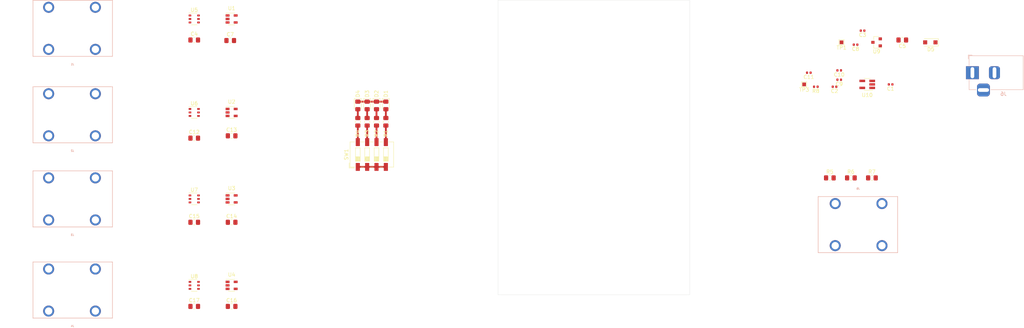
<source format=kicad_pcb>
(kicad_pcb (version 20171130) (host pcbnew "(5.1.6-0-10_14)")

  (general
    (thickness 1.6)
    (drawings 4)
    (tracks 11)
    (zones 0)
    (modules 48)
    (nets 27)
  )

  (page A4)
  (layers
    (0 F.Cu signal)
    (31 B.Cu signal)
    (32 B.Adhes user)
    (33 F.Adhes user)
    (34 B.Paste user)
    (35 F.Paste user)
    (36 B.SilkS user)
    (37 F.SilkS user)
    (38 B.Mask user)
    (39 F.Mask user)
    (40 Dwgs.User user)
    (41 Cmts.User user)
    (42 Eco1.User user)
    (43 Eco2.User user)
    (44 Edge.Cuts user)
    (45 Margin user)
    (46 B.CrtYd user)
    (47 F.CrtYd user)
    (48 B.Fab user hide)
    (49 F.Fab user hide)
  )

  (setup
    (last_trace_width 0.25)
    (user_trace_width 0.5)
    (trace_clearance 0.2)
    (zone_clearance 0.508)
    (zone_45_only no)
    (trace_min 0.2)
    (via_size 0.8)
    (via_drill 0.4)
    (via_min_size 0.4)
    (via_min_drill 0.3)
    (uvia_size 0.3)
    (uvia_drill 0.1)
    (uvias_allowed no)
    (uvia_min_size 0.2)
    (uvia_min_drill 0.1)
    (edge_width 0.05)
    (segment_width 0.2)
    (pcb_text_width 0.3)
    (pcb_text_size 1.5 1.5)
    (mod_edge_width 0.12)
    (mod_text_size 1 1)
    (mod_text_width 0.15)
    (pad_size 1.524 1.524)
    (pad_drill 0.762)
    (pad_to_mask_clearance 0.05)
    (aux_axis_origin 0 0)
    (visible_elements FFFFFF7F)
    (pcbplotparams
      (layerselection 0x010fc_ffffffff)
      (usegerberextensions false)
      (usegerberattributes true)
      (usegerberadvancedattributes true)
      (creategerberjobfile true)
      (excludeedgelayer true)
      (linewidth 0.100000)
      (plotframeref false)
      (viasonmask false)
      (mode 1)
      (useauxorigin false)
      (hpglpennumber 1)
      (hpglpenspeed 20)
      (hpglpendiameter 15.000000)
      (psnegative false)
      (psa4output false)
      (plotreference true)
      (plotvalue true)
      (plotinvisibletext false)
      (padsonsilk false)
      (subtractmaskfromsilk false)
      (outputformat 1)
      (mirror false)
      (drillshape 1)
      (scaleselection 1)
      (outputdirectory ""))
  )

  (net 0 "")
  (net 1 GNDS)
  (net 2 +5V)
  (net 3 "Net-(C2-Pad2)")
  (net 4 "Net-(C2-Pad1)")
  (net 5 -5V)
  (net 6 /PowerSupply/+9V_POL)
  (net 7 "Net-(C9-Pad1)")
  (net 8 "Net-(D1-Pad2)")
  (net 9 "Net-(D2-Pad2)")
  (net 10 "Net-(D3-Pad2)")
  (net 11 "Net-(D4-Pad2)")
  (net 12 /PowerSupply/+9V_IN)
  (net 13 /SignalBuffer1/OUT)
  (net 14 /SignalBuffer2/OUT)
  (net 15 /SignalBuffer3/OUT)
  (net 16 /SignalBuffer4/OUT)
  (net 17 /BUFFER_SW4)
  (net 18 /BUFFER_SW3)
  (net 19 /BUFFER_SW2)
  (net 20 /SignalBuffer1/IN)
  (net 21 /BUFFER_SW1)
  (net 22 "Net-(U1-Pad1)")
  (net 23 "Net-(J5-Pad1)")
  (net 24 "Net-(U2-Pad1)")
  (net 25 "Net-(U3-Pad1)")
  (net 26 "Net-(U4-Pad1)")

  (net_class Default "This is the default net class."
    (clearance 0.2)
    (trace_width 0.25)
    (via_dia 0.8)
    (via_drill 0.4)
    (uvia_dia 0.3)
    (uvia_drill 0.1)
    (add_net +5V)
    (add_net -5V)
    (add_net /BUFFER_SW1)
    (add_net /BUFFER_SW2)
    (add_net /BUFFER_SW3)
    (add_net /BUFFER_SW4)
    (add_net /PowerSupply/+9V_IN)
    (add_net /PowerSupply/+9V_POL)
    (add_net /SignalBuffer1/IN)
    (add_net /SignalBuffer1/OUT)
    (add_net /SignalBuffer2/OUT)
    (add_net /SignalBuffer3/OUT)
    (add_net /SignalBuffer4/OUT)
    (add_net GNDS)
    (add_net "Net-(C2-Pad1)")
    (add_net "Net-(C2-Pad2)")
    (add_net "Net-(C9-Pad1)")
    (add_net "Net-(D1-Pad2)")
    (add_net "Net-(D2-Pad2)")
    (add_net "Net-(D3-Pad2)")
    (add_net "Net-(D4-Pad2)")
    (add_net "Net-(J5-Pad1)")
    (add_net "Net-(U1-Pad1)")
    (add_net "Net-(U2-Pad1)")
    (add_net "Net-(U3-Pad1)")
    (add_net "Net-(U4-Pad1)")
  )

  (module Package_SO:TSOP-6_1.65x3.05mm_P0.95mm (layer F.Cu) (tedit 5A02F25C) (tstamp 5F3496DF)
    (at 15.24 128.27)
    (descr "TSOP-6 package (comparable to TSOT-23), https://www.vishay.com/docs/71200/71200.pdf")
    (tags "Jedec MO-193C TSOP-6L")
    (path /5F365B82/5F34D1A6)
    (attr smd)
    (fp_text reference U8 (at 0 -2.45) (layer F.SilkS)
      (effects (font (size 1 1) (thickness 0.15)))
    )
    (fp_text value DG468DV_T1_E3 (at 0 2.5) (layer F.Fab)
      (effects (font (size 1 1) (thickness 0.15)))
    )
    (fp_line (start -0.8 1.6) (end 0.8 1.6) (layer F.SilkS) (width 0.12))
    (fp_line (start 0.8 -1.6) (end -1.5 -1.6) (layer F.SilkS) (width 0.12))
    (fp_line (start -0.825 -1.1) (end -0.425 -1.525) (layer F.Fab) (width 0.1))
    (fp_line (start 0.825 -1.525) (end -0.425 -1.525) (layer F.Fab) (width 0.1))
    (fp_line (start -0.825 -1.1) (end -0.825 1.525) (layer F.Fab) (width 0.1))
    (fp_line (start 0.825 1.525) (end -0.825 1.525) (layer F.Fab) (width 0.1))
    (fp_line (start 0.825 -1.525) (end 0.825 1.525) (layer F.Fab) (width 0.1))
    (fp_line (start -1.76 -1.78) (end 1.76 -1.78) (layer F.CrtYd) (width 0.05))
    (fp_line (start -1.76 -1.78) (end -1.76 1.77) (layer F.CrtYd) (width 0.05))
    (fp_line (start 1.76 1.77) (end 1.76 -1.78) (layer F.CrtYd) (width 0.05))
    (fp_line (start 1.76 1.77) (end -1.76 1.77) (layer F.CrtYd) (width 0.05))
    (fp_text user %R (at 0 0 90) (layer F.Fab)
      (effects (font (size 0.5 0.5) (thickness 0.075)))
    )
    (pad 6 smd rect (at 1.16 -0.95) (size 0.7 0.51) (layers F.Cu F.Paste F.Mask)
      (net 16 /SignalBuffer4/OUT))
    (pad 5 smd rect (at 1.16 0) (size 0.7 0.51) (layers F.Cu F.Paste F.Mask)
      (net 2 +5V))
    (pad 4 smd rect (at 1.16 0.95) (size 0.7 0.51) (layers F.Cu F.Paste F.Mask)
      (net 1 GNDS))
    (pad 3 smd rect (at -1.16 0.95) (size 0.7 0.51) (layers F.Cu F.Paste F.Mask)
      (net 17 /BUFFER_SW4))
    (pad 2 smd rect (at -1.16 0) (size 0.7 0.51) (layers F.Cu F.Paste F.Mask)
      (net 5 -5V))
    (pad 1 smd rect (at -1.16 -0.95) (size 0.7 0.51) (layers F.Cu F.Paste F.Mask)
      (net 26 "Net-(U4-Pad1)"))
    (model ${KISYS3DMOD}/Package_SO.3dshapes/TSOP-6_1.65x3.05mm_P0.95mm.wrl
      (at (xyz 0 0 0))
      (scale (xyz 1 1 1))
      (rotate (xyz 0 0 0))
    )
  )

  (module Package_SO:TSOP-6_1.65x3.05mm_P0.95mm (layer F.Cu) (tedit 5A02F25C) (tstamp 5F3496C9)
    (at 15.24 104.775)
    (descr "TSOP-6 package (comparable to TSOT-23), https://www.vishay.com/docs/71200/71200.pdf")
    (tags "Jedec MO-193C TSOP-6L")
    (path /5F365961/5F34D1A6)
    (attr smd)
    (fp_text reference U7 (at 0 -2.45) (layer F.SilkS)
      (effects (font (size 1 1) (thickness 0.15)))
    )
    (fp_text value DG468DV_T1_E3 (at 0 2.5) (layer F.Fab)
      (effects (font (size 1 1) (thickness 0.15)))
    )
    (fp_line (start -0.8 1.6) (end 0.8 1.6) (layer F.SilkS) (width 0.12))
    (fp_line (start 0.8 -1.6) (end -1.5 -1.6) (layer F.SilkS) (width 0.12))
    (fp_line (start -0.825 -1.1) (end -0.425 -1.525) (layer F.Fab) (width 0.1))
    (fp_line (start 0.825 -1.525) (end -0.425 -1.525) (layer F.Fab) (width 0.1))
    (fp_line (start -0.825 -1.1) (end -0.825 1.525) (layer F.Fab) (width 0.1))
    (fp_line (start 0.825 1.525) (end -0.825 1.525) (layer F.Fab) (width 0.1))
    (fp_line (start 0.825 -1.525) (end 0.825 1.525) (layer F.Fab) (width 0.1))
    (fp_line (start -1.76 -1.78) (end 1.76 -1.78) (layer F.CrtYd) (width 0.05))
    (fp_line (start -1.76 -1.78) (end -1.76 1.77) (layer F.CrtYd) (width 0.05))
    (fp_line (start 1.76 1.77) (end 1.76 -1.78) (layer F.CrtYd) (width 0.05))
    (fp_line (start 1.76 1.77) (end -1.76 1.77) (layer F.CrtYd) (width 0.05))
    (fp_text user %R (at 0 0 90) (layer F.Fab)
      (effects (font (size 0.5 0.5) (thickness 0.075)))
    )
    (pad 6 smd rect (at 1.16 -0.95) (size 0.7 0.51) (layers F.Cu F.Paste F.Mask)
      (net 15 /SignalBuffer3/OUT))
    (pad 5 smd rect (at 1.16 0) (size 0.7 0.51) (layers F.Cu F.Paste F.Mask)
      (net 2 +5V))
    (pad 4 smd rect (at 1.16 0.95) (size 0.7 0.51) (layers F.Cu F.Paste F.Mask)
      (net 1 GNDS))
    (pad 3 smd rect (at -1.16 0.95) (size 0.7 0.51) (layers F.Cu F.Paste F.Mask)
      (net 18 /BUFFER_SW3))
    (pad 2 smd rect (at -1.16 0) (size 0.7 0.51) (layers F.Cu F.Paste F.Mask)
      (net 5 -5V))
    (pad 1 smd rect (at -1.16 -0.95) (size 0.7 0.51) (layers F.Cu F.Paste F.Mask)
      (net 25 "Net-(U3-Pad1)"))
    (model ${KISYS3DMOD}/Package_SO.3dshapes/TSOP-6_1.65x3.05mm_P0.95mm.wrl
      (at (xyz 0 0 0))
      (scale (xyz 1 1 1))
      (rotate (xyz 0 0 0))
    )
  )

  (module Package_SO:TSOP-6_1.65x3.05mm_P0.95mm (layer F.Cu) (tedit 5A02F25C) (tstamp 5F3496B3)
    (at 15.24 81.28)
    (descr "TSOP-6 package (comparable to TSOT-23), https://www.vishay.com/docs/71200/71200.pdf")
    (tags "Jedec MO-193C TSOP-6L")
    (path /5F3658F9/5F34D1A6)
    (attr smd)
    (fp_text reference U6 (at 0 -2.45) (layer F.SilkS)
      (effects (font (size 1 1) (thickness 0.15)))
    )
    (fp_text value DG468DV_T1_E3 (at 0 2.5) (layer F.Fab)
      (effects (font (size 1 1) (thickness 0.15)))
    )
    (fp_line (start -0.8 1.6) (end 0.8 1.6) (layer F.SilkS) (width 0.12))
    (fp_line (start 0.8 -1.6) (end -1.5 -1.6) (layer F.SilkS) (width 0.12))
    (fp_line (start -0.825 -1.1) (end -0.425 -1.525) (layer F.Fab) (width 0.1))
    (fp_line (start 0.825 -1.525) (end -0.425 -1.525) (layer F.Fab) (width 0.1))
    (fp_line (start -0.825 -1.1) (end -0.825 1.525) (layer F.Fab) (width 0.1))
    (fp_line (start 0.825 1.525) (end -0.825 1.525) (layer F.Fab) (width 0.1))
    (fp_line (start 0.825 -1.525) (end 0.825 1.525) (layer F.Fab) (width 0.1))
    (fp_line (start -1.76 -1.78) (end 1.76 -1.78) (layer F.CrtYd) (width 0.05))
    (fp_line (start -1.76 -1.78) (end -1.76 1.77) (layer F.CrtYd) (width 0.05))
    (fp_line (start 1.76 1.77) (end 1.76 -1.78) (layer F.CrtYd) (width 0.05))
    (fp_line (start 1.76 1.77) (end -1.76 1.77) (layer F.CrtYd) (width 0.05))
    (fp_text user %R (at 0 0 90) (layer F.Fab)
      (effects (font (size 0.5 0.5) (thickness 0.075)))
    )
    (pad 6 smd rect (at 1.16 -0.95) (size 0.7 0.51) (layers F.Cu F.Paste F.Mask)
      (net 14 /SignalBuffer2/OUT))
    (pad 5 smd rect (at 1.16 0) (size 0.7 0.51) (layers F.Cu F.Paste F.Mask)
      (net 2 +5V))
    (pad 4 smd rect (at 1.16 0.95) (size 0.7 0.51) (layers F.Cu F.Paste F.Mask)
      (net 1 GNDS))
    (pad 3 smd rect (at -1.16 0.95) (size 0.7 0.51) (layers F.Cu F.Paste F.Mask)
      (net 19 /BUFFER_SW2))
    (pad 2 smd rect (at -1.16 0) (size 0.7 0.51) (layers F.Cu F.Paste F.Mask)
      (net 5 -5V))
    (pad 1 smd rect (at -1.16 -0.95) (size 0.7 0.51) (layers F.Cu F.Paste F.Mask)
      (net 24 "Net-(U2-Pad1)"))
    (model ${KISYS3DMOD}/Package_SO.3dshapes/TSOP-6_1.65x3.05mm_P0.95mm.wrl
      (at (xyz 0 0 0))
      (scale (xyz 1 1 1))
      (rotate (xyz 0 0 0))
    )
  )

  (module Package_SO:TSOP-6_1.65x3.05mm_P0.95mm (layer F.Cu) (tedit 5A02F25C) (tstamp 5F34969D)
    (at 15.24 55.88)
    (descr "TSOP-6 package (comparable to TSOT-23), https://www.vishay.com/docs/71200/71200.pdf")
    (tags "Jedec MO-193C TSOP-6L")
    (path /5F350192/5F34D1A6)
    (attr smd)
    (fp_text reference U5 (at 0 -2.45) (layer F.SilkS)
      (effects (font (size 1 1) (thickness 0.15)))
    )
    (fp_text value DG468DV_T1_E3 (at 0 2.5) (layer F.Fab)
      (effects (font (size 1 1) (thickness 0.15)))
    )
    (fp_line (start -0.8 1.6) (end 0.8 1.6) (layer F.SilkS) (width 0.12))
    (fp_line (start 0.8 -1.6) (end -1.5 -1.6) (layer F.SilkS) (width 0.12))
    (fp_line (start -0.825 -1.1) (end -0.425 -1.525) (layer F.Fab) (width 0.1))
    (fp_line (start 0.825 -1.525) (end -0.425 -1.525) (layer F.Fab) (width 0.1))
    (fp_line (start -0.825 -1.1) (end -0.825 1.525) (layer F.Fab) (width 0.1))
    (fp_line (start 0.825 1.525) (end -0.825 1.525) (layer F.Fab) (width 0.1))
    (fp_line (start 0.825 -1.525) (end 0.825 1.525) (layer F.Fab) (width 0.1))
    (fp_line (start -1.76 -1.78) (end 1.76 -1.78) (layer F.CrtYd) (width 0.05))
    (fp_line (start -1.76 -1.78) (end -1.76 1.77) (layer F.CrtYd) (width 0.05))
    (fp_line (start 1.76 1.77) (end 1.76 -1.78) (layer F.CrtYd) (width 0.05))
    (fp_line (start 1.76 1.77) (end -1.76 1.77) (layer F.CrtYd) (width 0.05))
    (fp_text user %R (at 0 0 90) (layer F.Fab)
      (effects (font (size 0.5 0.5) (thickness 0.075)))
    )
    (pad 6 smd rect (at 1.16 -0.95) (size 0.7 0.51) (layers F.Cu F.Paste F.Mask)
      (net 13 /SignalBuffer1/OUT))
    (pad 5 smd rect (at 1.16 0) (size 0.7 0.51) (layers F.Cu F.Paste F.Mask)
      (net 2 +5V))
    (pad 4 smd rect (at 1.16 0.95) (size 0.7 0.51) (layers F.Cu F.Paste F.Mask)
      (net 1 GNDS))
    (pad 3 smd rect (at -1.16 0.95) (size 0.7 0.51) (layers F.Cu F.Paste F.Mask)
      (net 21 /BUFFER_SW1))
    (pad 2 smd rect (at -1.16 0) (size 0.7 0.51) (layers F.Cu F.Paste F.Mask)
      (net 5 -5V))
    (pad 1 smd rect (at -1.16 -0.95) (size 0.7 0.51) (layers F.Cu F.Paste F.Mask)
      (net 22 "Net-(U1-Pad1)"))
    (model ${KISYS3DMOD}/Package_SO.3dshapes/TSOP-6_1.65x3.05mm_P0.95mm.wrl
      (at (xyz 0 0 0))
      (scale (xyz 1 1 1))
      (rotate (xyz 0 0 0))
    )
  )

  (module Button_Switch_SMD:SW_DIP_SPSTx04_Slide_6.7x11.72mm_W6.73mm_P2.54mm_LowProfile_JPin (layer F.Cu) (tedit 5A4E1405) (tstamp 5F341750)
    (at 63.5 92.71 90)
    (descr "SMD 4x-dip-switch SPST , Slide, row spacing 6.73 mm (264 mils), body size 6.7x11.72mm (see e.g. https://www.ctscorp.com/wp-content/uploads/219.pdf), SMD, LowProfile, JPin")
    (tags "SMD DIP Switch SPST Slide 6.73mm 264mil SMD LowProfile JPin")
    (path /5F36EB0B)
    (attr smd)
    (fp_text reference SW1 (at 0 -6.92 90) (layer F.SilkS)
      (effects (font (size 1 1) (thickness 0.15)))
    )
    (fp_text value SW_DIP_x04 (at 0 6.92 90) (layer F.Fab)
      (effects (font (size 1 1) (thickness 0.15)))
    )
    (fp_line (start 4.7 -6.2) (end -4.7 -6.2) (layer F.CrtYd) (width 0.05))
    (fp_line (start 4.7 6.2) (end 4.7 -6.2) (layer F.CrtYd) (width 0.05))
    (fp_line (start -4.7 6.2) (end 4.7 6.2) (layer F.CrtYd) (width 0.05))
    (fp_line (start -4.7 -6.2) (end -4.7 6.2) (layer F.CrtYd) (width 0.05))
    (fp_line (start -0.603333 3.175) (end -0.603333 4.445) (layer F.SilkS) (width 0.12))
    (fp_line (start -1.81 4.375) (end -0.603333 4.375) (layer F.SilkS) (width 0.12))
    (fp_line (start -1.81 4.255) (end -0.603333 4.255) (layer F.SilkS) (width 0.12))
    (fp_line (start -1.81 4.135) (end -0.603333 4.135) (layer F.SilkS) (width 0.12))
    (fp_line (start -1.81 4.015) (end -0.603333 4.015) (layer F.SilkS) (width 0.12))
    (fp_line (start -1.81 3.895) (end -0.603333 3.895) (layer F.SilkS) (width 0.12))
    (fp_line (start -1.81 3.775) (end -0.603333 3.775) (layer F.SilkS) (width 0.12))
    (fp_line (start -1.81 3.655) (end -0.603333 3.655) (layer F.SilkS) (width 0.12))
    (fp_line (start -1.81 3.535) (end -0.603333 3.535) (layer F.SilkS) (width 0.12))
    (fp_line (start -1.81 3.415) (end -0.603333 3.415) (layer F.SilkS) (width 0.12))
    (fp_line (start -1.81 3.295) (end -0.603333 3.295) (layer F.SilkS) (width 0.12))
    (fp_line (start 1.81 3.175) (end -1.81 3.175) (layer F.SilkS) (width 0.12))
    (fp_line (start 1.81 4.445) (end 1.81 3.175) (layer F.SilkS) (width 0.12))
    (fp_line (start -1.81 4.445) (end 1.81 4.445) (layer F.SilkS) (width 0.12))
    (fp_line (start -1.81 3.175) (end -1.81 4.445) (layer F.SilkS) (width 0.12))
    (fp_line (start -0.603333 0.635) (end -0.603333 1.905) (layer F.SilkS) (width 0.12))
    (fp_line (start -1.81 1.835) (end -0.603333 1.835) (layer F.SilkS) (width 0.12))
    (fp_line (start -1.81 1.715) (end -0.603333 1.715) (layer F.SilkS) (width 0.12))
    (fp_line (start -1.81 1.595) (end -0.603333 1.595) (layer F.SilkS) (width 0.12))
    (fp_line (start -1.81 1.475) (end -0.603333 1.475) (layer F.SilkS) (width 0.12))
    (fp_line (start -1.81 1.355) (end -0.603333 1.355) (layer F.SilkS) (width 0.12))
    (fp_line (start -1.81 1.235) (end -0.603333 1.235) (layer F.SilkS) (width 0.12))
    (fp_line (start -1.81 1.115) (end -0.603333 1.115) (layer F.SilkS) (width 0.12))
    (fp_line (start -1.81 0.995) (end -0.603333 0.995) (layer F.SilkS) (width 0.12))
    (fp_line (start -1.81 0.875) (end -0.603333 0.875) (layer F.SilkS) (width 0.12))
    (fp_line (start -1.81 0.755) (end -0.603333 0.755) (layer F.SilkS) (width 0.12))
    (fp_line (start 1.81 0.635) (end -1.81 0.635) (layer F.SilkS) (width 0.12))
    (fp_line (start 1.81 1.905) (end 1.81 0.635) (layer F.SilkS) (width 0.12))
    (fp_line (start -1.81 1.905) (end 1.81 1.905) (layer F.SilkS) (width 0.12))
    (fp_line (start -1.81 0.635) (end -1.81 1.905) (layer F.SilkS) (width 0.12))
    (fp_line (start -0.603333 -1.905) (end -0.603333 -0.635) (layer F.SilkS) (width 0.12))
    (fp_line (start -1.81 -0.705) (end -0.603333 -0.705) (layer F.SilkS) (width 0.12))
    (fp_line (start -1.81 -0.825) (end -0.603333 -0.825) (layer F.SilkS) (width 0.12))
    (fp_line (start -1.81 -0.945) (end -0.603333 -0.945) (layer F.SilkS) (width 0.12))
    (fp_line (start -1.81 -1.065) (end -0.603333 -1.065) (layer F.SilkS) (width 0.12))
    (fp_line (start -1.81 -1.185) (end -0.603333 -1.185) (layer F.SilkS) (width 0.12))
    (fp_line (start -1.81 -1.305) (end -0.603333 -1.305) (layer F.SilkS) (width 0.12))
    (fp_line (start -1.81 -1.425) (end -0.603333 -1.425) (layer F.SilkS) (width 0.12))
    (fp_line (start -1.81 -1.545) (end -0.603333 -1.545) (layer F.SilkS) (width 0.12))
    (fp_line (start -1.81 -1.665) (end -0.603333 -1.665) (layer F.SilkS) (width 0.12))
    (fp_line (start -1.81 -1.785) (end -0.603333 -1.785) (layer F.SilkS) (width 0.12))
    (fp_line (start 1.81 -1.905) (end -1.81 -1.905) (layer F.SilkS) (width 0.12))
    (fp_line (start 1.81 -0.635) (end 1.81 -1.905) (layer F.SilkS) (width 0.12))
    (fp_line (start -1.81 -0.635) (end 1.81 -0.635) (layer F.SilkS) (width 0.12))
    (fp_line (start -1.81 -1.905) (end -1.81 -0.635) (layer F.SilkS) (width 0.12))
    (fp_line (start -0.603333 -4.445) (end -0.603333 -3.175) (layer F.SilkS) (width 0.12))
    (fp_line (start -1.81 -3.245) (end -0.603333 -3.245) (layer F.SilkS) (width 0.12))
    (fp_line (start -1.81 -3.365) (end -0.603333 -3.365) (layer F.SilkS) (width 0.12))
    (fp_line (start -1.81 -3.485) (end -0.603333 -3.485) (layer F.SilkS) (width 0.12))
    (fp_line (start -1.81 -3.605) (end -0.603333 -3.605) (layer F.SilkS) (width 0.12))
    (fp_line (start -1.81 -3.725) (end -0.603333 -3.725) (layer F.SilkS) (width 0.12))
    (fp_line (start -1.81 -3.845) (end -0.603333 -3.845) (layer F.SilkS) (width 0.12))
    (fp_line (start -1.81 -3.965) (end -0.603333 -3.965) (layer F.SilkS) (width 0.12))
    (fp_line (start -1.81 -4.085) (end -0.603333 -4.085) (layer F.SilkS) (width 0.12))
    (fp_line (start -1.81 -4.205) (end -0.603333 -4.205) (layer F.SilkS) (width 0.12))
    (fp_line (start -1.81 -4.325) (end -0.603333 -4.325) (layer F.SilkS) (width 0.12))
    (fp_line (start 1.81 -4.445) (end -1.81 -4.445) (layer F.SilkS) (width 0.12))
    (fp_line (start 1.81 -3.175) (end 1.81 -4.445) (layer F.SilkS) (width 0.12))
    (fp_line (start -1.81 -3.175) (end 1.81 -3.175) (layer F.SilkS) (width 0.12))
    (fp_line (start -1.81 -4.445) (end -1.81 -3.175) (layer F.SilkS) (width 0.12))
    (fp_line (start -3.65 -6.16) (end -3.65 -4.777) (layer F.SilkS) (width 0.12))
    (fp_line (start -3.65 -6.16) (end -2.267 -6.16) (layer F.SilkS) (width 0.12))
    (fp_line (start 3.41 -3.01) (end 3.41 -2.07) (layer F.SilkS) (width 0.12))
    (fp_line (start 3.41 -5.92) (end 3.41 -4.61) (layer F.SilkS) (width 0.12))
    (fp_line (start 3.41 -0.47) (end 3.41 0.47) (layer F.SilkS) (width 0.12))
    (fp_line (start 3.41 2.07) (end 3.41 3.01) (layer F.SilkS) (width 0.12))
    (fp_line (start 3.41 4.61) (end 3.41 5.92) (layer F.SilkS) (width 0.12))
    (fp_line (start -3.41 4.61) (end -3.41 5.92) (layer F.SilkS) (width 0.12))
    (fp_line (start -3.41 2.07) (end -3.41 3.01) (layer F.SilkS) (width 0.12))
    (fp_line (start -3.41 -0.47) (end -3.41 0.47) (layer F.SilkS) (width 0.12))
    (fp_line (start -3.41 -3.01) (end -3.41 -2.07) (layer F.SilkS) (width 0.12))
    (fp_line (start -3.41 -5.92) (end -3.41 -4.61) (layer F.SilkS) (width 0.12))
    (fp_line (start -3.41 5.92) (end 3.41 5.92) (layer F.SilkS) (width 0.12))
    (fp_line (start -3.41 -5.92) (end 3.41 -5.92) (layer F.SilkS) (width 0.12))
    (fp_line (start -0.603333 3.175) (end -0.603333 4.445) (layer F.Fab) (width 0.1))
    (fp_line (start -1.81 4.375) (end -0.603333 4.375) (layer F.Fab) (width 0.1))
    (fp_line (start -1.81 4.275) (end -0.603333 4.275) (layer F.Fab) (width 0.1))
    (fp_line (start -1.81 4.175) (end -0.603333 4.175) (layer F.Fab) (width 0.1))
    (fp_line (start -1.81 4.075) (end -0.603333 4.075) (layer F.Fab) (width 0.1))
    (fp_line (start -1.81 3.975) (end -0.603333 3.975) (layer F.Fab) (width 0.1))
    (fp_line (start -1.81 3.875) (end -0.603333 3.875) (layer F.Fab) (width 0.1))
    (fp_line (start -1.81 3.775) (end -0.603333 3.775) (layer F.Fab) (width 0.1))
    (fp_line (start -1.81 3.675) (end -0.603333 3.675) (layer F.Fab) (width 0.1))
    (fp_line (start -1.81 3.575) (end -0.603333 3.575) (layer F.Fab) (width 0.1))
    (fp_line (start -1.81 3.475) (end -0.603333 3.475) (layer F.Fab) (width 0.1))
    (fp_line (start -1.81 3.375) (end -0.603333 3.375) (layer F.Fab) (width 0.1))
    (fp_line (start -1.81 3.275) (end -0.603333 3.275) (layer F.Fab) (width 0.1))
    (fp_line (start 1.81 3.175) (end -1.81 3.175) (layer F.Fab) (width 0.1))
    (fp_line (start 1.81 4.445) (end 1.81 3.175) (layer F.Fab) (width 0.1))
    (fp_line (start -1.81 4.445) (end 1.81 4.445) (layer F.Fab) (width 0.1))
    (fp_line (start -1.81 3.175) (end -1.81 4.445) (layer F.Fab) (width 0.1))
    (fp_line (start -0.603333 0.635) (end -0.603333 1.905) (layer F.Fab) (width 0.1))
    (fp_line (start -1.81 1.835) (end -0.603333 1.835) (layer F.Fab) (width 0.1))
    (fp_line (start -1.81 1.735) (end -0.603333 1.735) (layer F.Fab) (width 0.1))
    (fp_line (start -1.81 1.635) (end -0.603333 1.635) (layer F.Fab) (width 0.1))
    (fp_line (start -1.81 1.535) (end -0.603333 1.535) (layer F.Fab) (width 0.1))
    (fp_line (start -1.81 1.435) (end -0.603333 1.435) (layer F.Fab) (width 0.1))
    (fp_line (start -1.81 1.335) (end -0.603333 1.335) (layer F.Fab) (width 0.1))
    (fp_line (start -1.81 1.235) (end -0.603333 1.235) (layer F.Fab) (width 0.1))
    (fp_line (start -1.81 1.135) (end -0.603333 1.135) (layer F.Fab) (width 0.1))
    (fp_line (start -1.81 1.035) (end -0.603333 1.035) (layer F.Fab) (width 0.1))
    (fp_line (start -1.81 0.935) (end -0.603333 0.935) (layer F.Fab) (width 0.1))
    (fp_line (start -1.81 0.835) (end -0.603333 0.835) (layer F.Fab) (width 0.1))
    (fp_line (start -1.81 0.735) (end -0.603333 0.735) (layer F.Fab) (width 0.1))
    (fp_line (start 1.81 0.635) (end -1.81 0.635) (layer F.Fab) (width 0.1))
    (fp_line (start 1.81 1.905) (end 1.81 0.635) (layer F.Fab) (width 0.1))
    (fp_line (start -1.81 1.905) (end 1.81 1.905) (layer F.Fab) (width 0.1))
    (fp_line (start -1.81 0.635) (end -1.81 1.905) (layer F.Fab) (width 0.1))
    (fp_line (start -0.603333 -1.905) (end -0.603333 -0.635) (layer F.Fab) (width 0.1))
    (fp_line (start -1.81 -0.705) (end -0.603333 -0.705) (layer F.Fab) (width 0.1))
    (fp_line (start -1.81 -0.805) (end -0.603333 -0.805) (layer F.Fab) (width 0.1))
    (fp_line (start -1.81 -0.905) (end -0.603333 -0.905) (layer F.Fab) (width 0.1))
    (fp_line (start -1.81 -1.005) (end -0.603333 -1.005) (layer F.Fab) (width 0.1))
    (fp_line (start -1.81 -1.105) (end -0.603333 -1.105) (layer F.Fab) (width 0.1))
    (fp_line (start -1.81 -1.205) (end -0.603333 -1.205) (layer F.Fab) (width 0.1))
    (fp_line (start -1.81 -1.305) (end -0.603333 -1.305) (layer F.Fab) (width 0.1))
    (fp_line (start -1.81 -1.405) (end -0.603333 -1.405) (layer F.Fab) (width 0.1))
    (fp_line (start -1.81 -1.505) (end -0.603333 -1.505) (layer F.Fab) (width 0.1))
    (fp_line (start -1.81 -1.605) (end -0.603333 -1.605) (layer F.Fab) (width 0.1))
    (fp_line (start -1.81 -1.705) (end -0.603333 -1.705) (layer F.Fab) (width 0.1))
    (fp_line (start -1.81 -1.805) (end -0.603333 -1.805) (layer F.Fab) (width 0.1))
    (fp_line (start 1.81 -1.905) (end -1.81 -1.905) (layer F.Fab) (width 0.1))
    (fp_line (start 1.81 -0.635) (end 1.81 -1.905) (layer F.Fab) (width 0.1))
    (fp_line (start -1.81 -0.635) (end 1.81 -0.635) (layer F.Fab) (width 0.1))
    (fp_line (start -1.81 -1.905) (end -1.81 -0.635) (layer F.Fab) (width 0.1))
    (fp_line (start -0.603333 -4.445) (end -0.603333 -3.175) (layer F.Fab) (width 0.1))
    (fp_line (start -1.81 -3.245) (end -0.603333 -3.245) (layer F.Fab) (width 0.1))
    (fp_line (start -1.81 -3.345) (end -0.603333 -3.345) (layer F.Fab) (width 0.1))
    (fp_line (start -1.81 -3.445) (end -0.603333 -3.445) (layer F.Fab) (width 0.1))
    (fp_line (start -1.81 -3.545) (end -0.603333 -3.545) (layer F.Fab) (width 0.1))
    (fp_line (start -1.81 -3.645) (end -0.603333 -3.645) (layer F.Fab) (width 0.1))
    (fp_line (start -1.81 -3.745) (end -0.603333 -3.745) (layer F.Fab) (width 0.1))
    (fp_line (start -1.81 -3.845) (end -0.603333 -3.845) (layer F.Fab) (width 0.1))
    (fp_line (start -1.81 -3.945) (end -0.603333 -3.945) (layer F.Fab) (width 0.1))
    (fp_line (start -1.81 -4.045) (end -0.603333 -4.045) (layer F.Fab) (width 0.1))
    (fp_line (start -1.81 -4.145) (end -0.603333 -4.145) (layer F.Fab) (width 0.1))
    (fp_line (start -1.81 -4.245) (end -0.603333 -4.245) (layer F.Fab) (width 0.1))
    (fp_line (start -1.81 -4.345) (end -0.603333 -4.345) (layer F.Fab) (width 0.1))
    (fp_line (start 1.81 -4.445) (end -1.81 -4.445) (layer F.Fab) (width 0.1))
    (fp_line (start 1.81 -3.175) (end 1.81 -4.445) (layer F.Fab) (width 0.1))
    (fp_line (start -1.81 -3.175) (end 1.81 -3.175) (layer F.Fab) (width 0.1))
    (fp_line (start -1.81 -4.445) (end -1.81 -3.175) (layer F.Fab) (width 0.1))
    (fp_line (start -3.35 -4.86) (end -2.35 -5.86) (layer F.Fab) (width 0.1))
    (fp_line (start -3.35 5.86) (end -3.35 -4.86) (layer F.Fab) (width 0.1))
    (fp_line (start 3.35 5.86) (end -3.35 5.86) (layer F.Fab) (width 0.1))
    (fp_line (start 3.35 -5.86) (end 3.35 5.86) (layer F.Fab) (width 0.1))
    (fp_line (start -2.35 -5.86) (end 3.35 -5.86) (layer F.Fab) (width 0.1))
    (fp_text user on (at 0.8975 -5.1525 90) (layer F.Fab)
      (effects (font (size 0.8 0.8) (thickness 0.12)))
    )
    (fp_text user %R (at 2.58 0) (layer F.Fab)
      (effects (font (size 0.8 0.8) (thickness 0.12)))
    )
    (pad 8 smd rect (at 3.365 -3.81 90) (size 2.16 1.12) (layers F.Cu F.Paste F.Mask)
      (net 21 /BUFFER_SW1))
    (pad 4 smd rect (at -3.365 3.81 90) (size 2.16 1.12) (layers F.Cu F.Paste F.Mask)
      (net 2 +5V))
    (pad 7 smd rect (at 3.365 -1.27 90) (size 2.16 1.12) (layers F.Cu F.Paste F.Mask)
      (net 19 /BUFFER_SW2))
    (pad 3 smd rect (at -3.365 1.27 90) (size 2.16 1.12) (layers F.Cu F.Paste F.Mask)
      (net 2 +5V))
    (pad 6 smd rect (at 3.365 1.27 90) (size 2.16 1.12) (layers F.Cu F.Paste F.Mask)
      (net 18 /BUFFER_SW3))
    (pad 2 smd rect (at -3.365 -1.27 90) (size 2.16 1.12) (layers F.Cu F.Paste F.Mask)
      (net 2 +5V))
    (pad 5 smd rect (at 3.365 3.81 90) (size 2.16 1.12) (layers F.Cu F.Paste F.Mask)
      (net 17 /BUFFER_SW4))
    (pad 1 smd rect (at -3.365 -3.81 90) (size 2.16 1.12) (layers F.Cu F.Paste F.Mask)
      (net 2 +5V))
    (model ${KISYS3DMOD}/Button_Switch_SMD.3dshapes/SW_DIP_SPSTx04_Slide_6.7x11.72mm_W6.73mm_P2.54mm_LowProfile_JPin.wrl
      (at (xyz 0 0 0))
      (scale (xyz 1 1 1))
      (rotate (xyz 0 0 90))
    )
  )

  (module LED_SMD:LED_0805_2012Metric_Pad1.15x1.40mm_HandSolder (layer F.Cu) (tedit 5B4B45C9) (tstamp 5F34158A)
    (at 59.69 79.375 270)
    (descr "LED SMD 0805 (2012 Metric), square (rectangular) end terminal, IPC_7351 nominal, (Body size source: https://docs.google.com/spreadsheets/d/1BsfQQcO9C6DZCsRaXUlFlo91Tg2WpOkGARC1WS5S8t0/edit?usp=sharing), generated with kicad-footprint-generator")
    (tags "LED handsolder")
    (path /5F3862B9)
    (attr smd)
    (fp_text reference D4 (at -3.175 0 90) (layer F.SilkS)
      (effects (font (size 1 1) (thickness 0.15)))
    )
    (fp_text value LED (at 0 1.65 90) (layer F.Fab)
      (effects (font (size 1 1) (thickness 0.15)))
    )
    (fp_line (start 1 -0.6) (end -0.7 -0.6) (layer F.Fab) (width 0.1))
    (fp_line (start -0.7 -0.6) (end -1 -0.3) (layer F.Fab) (width 0.1))
    (fp_line (start -1 -0.3) (end -1 0.6) (layer F.Fab) (width 0.1))
    (fp_line (start -1 0.6) (end 1 0.6) (layer F.Fab) (width 0.1))
    (fp_line (start 1 0.6) (end 1 -0.6) (layer F.Fab) (width 0.1))
    (fp_line (start 1 -0.96) (end -1.86 -0.96) (layer F.SilkS) (width 0.12))
    (fp_line (start -1.86 -0.96) (end -1.86 0.96) (layer F.SilkS) (width 0.12))
    (fp_line (start -1.86 0.96) (end 1 0.96) (layer F.SilkS) (width 0.12))
    (fp_line (start -1.85 0.95) (end -1.85 -0.95) (layer F.CrtYd) (width 0.05))
    (fp_line (start -1.85 -0.95) (end 1.85 -0.95) (layer F.CrtYd) (width 0.05))
    (fp_line (start 1.85 -0.95) (end 1.85 0.95) (layer F.CrtYd) (width 0.05))
    (fp_line (start 1.85 0.95) (end -1.85 0.95) (layer F.CrtYd) (width 0.05))
    (fp_text user %R (at 0 0 90) (layer F.Fab)
      (effects (font (size 0.5 0.5) (thickness 0.08)))
    )
    (pad 2 smd roundrect (at 1.025 0 270) (size 1.15 1.4) (layers F.Cu F.Paste F.Mask) (roundrect_rratio 0.217391)
      (net 11 "Net-(D4-Pad2)"))
    (pad 1 smd roundrect (at -1.025 0 270) (size 1.15 1.4) (layers F.Cu F.Paste F.Mask) (roundrect_rratio 0.217391)
      (net 1 GNDS))
    (model ${KISYS3DMOD}/LED_SMD.3dshapes/LED_0805_2012Metric.wrl
      (at (xyz 0 0 0))
      (scale (xyz 1 1 1))
      (rotate (xyz 0 0 0))
    )
  )

  (module LED_SMD:LED_0805_2012Metric_Pad1.15x1.40mm_HandSolder (layer F.Cu) (tedit 5B4B45C9) (tstamp 5F341578)
    (at 62.23 79.375 270)
    (descr "LED SMD 0805 (2012 Metric), square (rectangular) end terminal, IPC_7351 nominal, (Body size source: https://docs.google.com/spreadsheets/d/1BsfQQcO9C6DZCsRaXUlFlo91Tg2WpOkGARC1WS5S8t0/edit?usp=sharing), generated with kicad-footprint-generator")
    (tags "LED handsolder")
    (path /5F385040)
    (attr smd)
    (fp_text reference D3 (at -3.175 0 90) (layer F.SilkS)
      (effects (font (size 1 1) (thickness 0.15)))
    )
    (fp_text value LED (at 0 1.65 90) (layer F.Fab)
      (effects (font (size 1 1) (thickness 0.15)))
    )
    (fp_line (start 1 -0.6) (end -0.7 -0.6) (layer F.Fab) (width 0.1))
    (fp_line (start -0.7 -0.6) (end -1 -0.3) (layer F.Fab) (width 0.1))
    (fp_line (start -1 -0.3) (end -1 0.6) (layer F.Fab) (width 0.1))
    (fp_line (start -1 0.6) (end 1 0.6) (layer F.Fab) (width 0.1))
    (fp_line (start 1 0.6) (end 1 -0.6) (layer F.Fab) (width 0.1))
    (fp_line (start 1 -0.96) (end -1.86 -0.96) (layer F.SilkS) (width 0.12))
    (fp_line (start -1.86 -0.96) (end -1.86 0.96) (layer F.SilkS) (width 0.12))
    (fp_line (start -1.86 0.96) (end 1 0.96) (layer F.SilkS) (width 0.12))
    (fp_line (start -1.85 0.95) (end -1.85 -0.95) (layer F.CrtYd) (width 0.05))
    (fp_line (start -1.85 -0.95) (end 1.85 -0.95) (layer F.CrtYd) (width 0.05))
    (fp_line (start 1.85 -0.95) (end 1.85 0.95) (layer F.CrtYd) (width 0.05))
    (fp_line (start 1.85 0.95) (end -1.85 0.95) (layer F.CrtYd) (width 0.05))
    (fp_text user %R (at 0 0 90) (layer F.Fab)
      (effects (font (size 0.5 0.5) (thickness 0.08)))
    )
    (pad 2 smd roundrect (at 1.025 0 270) (size 1.15 1.4) (layers F.Cu F.Paste F.Mask) (roundrect_rratio 0.217391)
      (net 10 "Net-(D3-Pad2)"))
    (pad 1 smd roundrect (at -1.025 0 270) (size 1.15 1.4) (layers F.Cu F.Paste F.Mask) (roundrect_rratio 0.217391)
      (net 1 GNDS))
    (model ${KISYS3DMOD}/LED_SMD.3dshapes/LED_0805_2012Metric.wrl
      (at (xyz 0 0 0))
      (scale (xyz 1 1 1))
      (rotate (xyz 0 0 0))
    )
  )

  (module LED_SMD:LED_0805_2012Metric_Pad1.15x1.40mm_HandSolder (layer F.Cu) (tedit 5B4B45C9) (tstamp 5F341566)
    (at 64.77 79.375 270)
    (descr "LED SMD 0805 (2012 Metric), square (rectangular) end terminal, IPC_7351 nominal, (Body size source: https://docs.google.com/spreadsheets/d/1BsfQQcO9C6DZCsRaXUlFlo91Tg2WpOkGARC1WS5S8t0/edit?usp=sharing), generated with kicad-footprint-generator")
    (tags "LED handsolder")
    (path /5F383EBC)
    (attr smd)
    (fp_text reference D2 (at -3.175 0 90) (layer F.SilkS)
      (effects (font (size 1 1) (thickness 0.15)))
    )
    (fp_text value LED (at 0 1.65 90) (layer F.Fab)
      (effects (font (size 1 1) (thickness 0.15)))
    )
    (fp_line (start 1 -0.6) (end -0.7 -0.6) (layer F.Fab) (width 0.1))
    (fp_line (start -0.7 -0.6) (end -1 -0.3) (layer F.Fab) (width 0.1))
    (fp_line (start -1 -0.3) (end -1 0.6) (layer F.Fab) (width 0.1))
    (fp_line (start -1 0.6) (end 1 0.6) (layer F.Fab) (width 0.1))
    (fp_line (start 1 0.6) (end 1 -0.6) (layer F.Fab) (width 0.1))
    (fp_line (start 1 -0.96) (end -1.86 -0.96) (layer F.SilkS) (width 0.12))
    (fp_line (start -1.86 -0.96) (end -1.86 0.96) (layer F.SilkS) (width 0.12))
    (fp_line (start -1.86 0.96) (end 1 0.96) (layer F.SilkS) (width 0.12))
    (fp_line (start -1.85 0.95) (end -1.85 -0.95) (layer F.CrtYd) (width 0.05))
    (fp_line (start -1.85 -0.95) (end 1.85 -0.95) (layer F.CrtYd) (width 0.05))
    (fp_line (start 1.85 -0.95) (end 1.85 0.95) (layer F.CrtYd) (width 0.05))
    (fp_line (start 1.85 0.95) (end -1.85 0.95) (layer F.CrtYd) (width 0.05))
    (fp_text user %R (at 0 0 90) (layer F.Fab)
      (effects (font (size 0.5 0.5) (thickness 0.08)))
    )
    (pad 2 smd roundrect (at 1.025 0 270) (size 1.15 1.4) (layers F.Cu F.Paste F.Mask) (roundrect_rratio 0.217391)
      (net 9 "Net-(D2-Pad2)"))
    (pad 1 smd roundrect (at -1.025 0 270) (size 1.15 1.4) (layers F.Cu F.Paste F.Mask) (roundrect_rratio 0.217391)
      (net 1 GNDS))
    (model ${KISYS3DMOD}/LED_SMD.3dshapes/LED_0805_2012Metric.wrl
      (at (xyz 0 0 0))
      (scale (xyz 1 1 1))
      (rotate (xyz 0 0 0))
    )
  )

  (module LED_SMD:LED_0805_2012Metric_Pad1.15x1.40mm_HandSolder (layer F.Cu) (tedit 5B4B45C9) (tstamp 5F341554)
    (at 67.31 79.375 270)
    (descr "LED SMD 0805 (2012 Metric), square (rectangular) end terminal, IPC_7351 nominal, (Body size source: https://docs.google.com/spreadsheets/d/1BsfQQcO9C6DZCsRaXUlFlo91Tg2WpOkGARC1WS5S8t0/edit?usp=sharing), generated with kicad-footprint-generator")
    (tags "LED handsolder")
    (path /5F3816A6)
    (attr smd)
    (fp_text reference D1 (at -3.175 0 90) (layer F.SilkS)
      (effects (font (size 1 1) (thickness 0.15)))
    )
    (fp_text value LED (at 0 1.65 90) (layer F.Fab)
      (effects (font (size 1 1) (thickness 0.15)))
    )
    (fp_line (start 1 -0.6) (end -0.7 -0.6) (layer F.Fab) (width 0.1))
    (fp_line (start -0.7 -0.6) (end -1 -0.3) (layer F.Fab) (width 0.1))
    (fp_line (start -1 -0.3) (end -1 0.6) (layer F.Fab) (width 0.1))
    (fp_line (start -1 0.6) (end 1 0.6) (layer F.Fab) (width 0.1))
    (fp_line (start 1 0.6) (end 1 -0.6) (layer F.Fab) (width 0.1))
    (fp_line (start 1 -0.96) (end -1.86 -0.96) (layer F.SilkS) (width 0.12))
    (fp_line (start -1.86 -0.96) (end -1.86 0.96) (layer F.SilkS) (width 0.12))
    (fp_line (start -1.86 0.96) (end 1 0.96) (layer F.SilkS) (width 0.12))
    (fp_line (start -1.85 0.95) (end -1.85 -0.95) (layer F.CrtYd) (width 0.05))
    (fp_line (start -1.85 -0.95) (end 1.85 -0.95) (layer F.CrtYd) (width 0.05))
    (fp_line (start 1.85 -0.95) (end 1.85 0.95) (layer F.CrtYd) (width 0.05))
    (fp_line (start 1.85 0.95) (end -1.85 0.95) (layer F.CrtYd) (width 0.05))
    (fp_text user %R (at 0 0 90) (layer F.Fab)
      (effects (font (size 0.5 0.5) (thickness 0.08)))
    )
    (pad 2 smd roundrect (at 1.025 0 270) (size 1.15 1.4) (layers F.Cu F.Paste F.Mask) (roundrect_rratio 0.217391)
      (net 8 "Net-(D1-Pad2)"))
    (pad 1 smd roundrect (at -1.025 0 270) (size 1.15 1.4) (layers F.Cu F.Paste F.Mask) (roundrect_rratio 0.217391)
      (net 1 GNDS))
    (model ${KISYS3DMOD}/LED_SMD.3dshapes/LED_0805_2012Metric.wrl
      (at (xyz 0 0 0))
      (scale (xyz 1 1 1))
      (rotate (xyz 0 0 0))
    )
  )

  (module Package_TO_SOT_SMD:SOT-23 (layer F.Cu) (tedit 5A02FF57) (tstamp 5F341814)
    (at 200.66 62.23 180)
    (descr "SOT-23, Standard")
    (tags SOT-23)
    (path /5F3902BC/5F1525EA)
    (attr smd)
    (fp_text reference U9 (at 0 -2.5) (layer F.SilkS)
      (effects (font (size 1 1) (thickness 0.15)))
    )
    (fp_text value SE8250X2 (at 0 2.5) (layer F.Fab)
      (effects (font (size 1 1) (thickness 0.15)))
    )
    (fp_line (start 0.76 1.58) (end -0.7 1.58) (layer F.SilkS) (width 0.12))
    (fp_line (start 0.76 -1.58) (end -1.4 -1.58) (layer F.SilkS) (width 0.12))
    (fp_line (start -1.7 1.75) (end -1.7 -1.75) (layer F.CrtYd) (width 0.05))
    (fp_line (start 1.7 1.75) (end -1.7 1.75) (layer F.CrtYd) (width 0.05))
    (fp_line (start 1.7 -1.75) (end 1.7 1.75) (layer F.CrtYd) (width 0.05))
    (fp_line (start -1.7 -1.75) (end 1.7 -1.75) (layer F.CrtYd) (width 0.05))
    (fp_line (start 0.76 -1.58) (end 0.76 -0.65) (layer F.SilkS) (width 0.12))
    (fp_line (start 0.76 1.58) (end 0.76 0.65) (layer F.SilkS) (width 0.12))
    (fp_line (start -0.7 1.52) (end 0.7 1.52) (layer F.Fab) (width 0.1))
    (fp_line (start 0.7 -1.52) (end 0.7 1.52) (layer F.Fab) (width 0.1))
    (fp_line (start -0.7 -0.95) (end -0.15 -1.52) (layer F.Fab) (width 0.1))
    (fp_line (start -0.15 -1.52) (end 0.7 -1.52) (layer F.Fab) (width 0.1))
    (fp_line (start -0.7 -0.95) (end -0.7 1.5) (layer F.Fab) (width 0.1))
    (fp_text user %R (at 0 0 90) (layer F.Fab)
      (effects (font (size 0.5 0.5) (thickness 0.075)))
    )
    (pad 3 smd rect (at 1 0 180) (size 0.9 0.8) (layers F.Cu F.Paste F.Mask)
      (net 6 /PowerSupply/+9V_POL))
    (pad 2 smd rect (at -1 0.95 180) (size 0.9 0.8) (layers F.Cu F.Paste F.Mask)
      (net 2 +5V))
    (pad 1 smd rect (at -1 -0.95 180) (size 0.9 0.8) (layers F.Cu F.Paste F.Mask)
      (net 1 GNDS))
    (model ${KISYS3DMOD}/Package_TO_SOT_SMD.3dshapes/SOT-23.wrl
      (at (xyz 0 0 0))
      (scale (xyz 1 1 1))
      (rotate (xyz 0 0 0))
    )
  )

  (module Package_TO_SOT_SMD:SOT-23-5_HandSoldering (layer F.Cu) (tedit 5A0AB76C) (tstamp 5F3417FF)
    (at 198.12 73.66 180)
    (descr "5-pin SOT23 package")
    (tags "SOT-23-5 hand-soldering")
    (path /5F3902BC/5E6AE9A9)
    (attr smd)
    (fp_text reference U10 (at 0 -2.9) (layer F.SilkS)
      (effects (font (size 1 1) (thickness 0.15)))
    )
    (fp_text value TPS60400 (at 0 2.9) (layer F.Fab)
      (effects (font (size 1 1) (thickness 0.15)))
    )
    (fp_line (start 2.38 1.8) (end -2.38 1.8) (layer F.CrtYd) (width 0.05))
    (fp_line (start 2.38 1.8) (end 2.38 -1.8) (layer F.CrtYd) (width 0.05))
    (fp_line (start -2.38 -1.8) (end -2.38 1.8) (layer F.CrtYd) (width 0.05))
    (fp_line (start -2.38 -1.8) (end 2.38 -1.8) (layer F.CrtYd) (width 0.05))
    (fp_line (start 0.9 -1.55) (end 0.9 1.55) (layer F.Fab) (width 0.1))
    (fp_line (start 0.9 1.55) (end -0.9 1.55) (layer F.Fab) (width 0.1))
    (fp_line (start -0.9 -0.9) (end -0.9 1.55) (layer F.Fab) (width 0.1))
    (fp_line (start 0.9 -1.55) (end -0.25 -1.55) (layer F.Fab) (width 0.1))
    (fp_line (start -0.9 -0.9) (end -0.25 -1.55) (layer F.Fab) (width 0.1))
    (fp_line (start 0.9 -1.61) (end -1.55 -1.61) (layer F.SilkS) (width 0.12))
    (fp_line (start -0.9 1.61) (end 0.9 1.61) (layer F.SilkS) (width 0.12))
    (fp_text user %R (at 0 0 90) (layer F.Fab)
      (effects (font (size 0.5 0.5) (thickness 0.075)))
    )
    (pad 5 smd rect (at 1.35 -0.95 180) (size 1.56 0.65) (layers F.Cu F.Paste F.Mask)
      (net 3 "Net-(C2-Pad2)"))
    (pad 4 smd rect (at 1.35 0.95 180) (size 1.56 0.65) (layers F.Cu F.Paste F.Mask)
      (net 1 GNDS))
    (pad 3 smd rect (at -1.35 0.95 180) (size 1.56 0.65) (layers F.Cu F.Paste F.Mask)
      (net 4 "Net-(C2-Pad1)"))
    (pad 2 smd rect (at -1.35 0 180) (size 1.56 0.65) (layers F.Cu F.Paste F.Mask)
      (net 2 +5V))
    (pad 1 smd rect (at -1.35 -0.95 180) (size 1.56 0.65) (layers F.Cu F.Paste F.Mask)
      (net 7 "Net-(C9-Pad1)"))
    (model ${KISYS3DMOD}/Package_TO_SOT_SMD.3dshapes/SOT-23-5.wrl
      (at (xyz 0 0 0))
      (scale (xyz 1 1 1))
      (rotate (xyz 0 0 0))
    )
  )

  (module Package_TO_SOT_SMD:SOT-23-5 (layer F.Cu) (tedit 5A02FF57) (tstamp 5F3417EA)
    (at 25.4 128.27)
    (descr "5-pin SOT23 package")
    (tags SOT-23-5)
    (path /5F365B82/5F35E576)
    (attr smd)
    (fp_text reference U4 (at 0 -2.9) (layer F.SilkS)
      (effects (font (size 1 1) (thickness 0.15)))
    )
    (fp_text value ADA4004-1 (at 0 2.9) (layer F.Fab)
      (effects (font (size 1 1) (thickness 0.15)))
    )
    (fp_line (start 0.9 -1.55) (end 0.9 1.55) (layer F.Fab) (width 0.1))
    (fp_line (start 0.9 1.55) (end -0.9 1.55) (layer F.Fab) (width 0.1))
    (fp_line (start -0.9 -0.9) (end -0.9 1.55) (layer F.Fab) (width 0.1))
    (fp_line (start 0.9 -1.55) (end -0.25 -1.55) (layer F.Fab) (width 0.1))
    (fp_line (start -0.9 -0.9) (end -0.25 -1.55) (layer F.Fab) (width 0.1))
    (fp_line (start -1.9 1.8) (end -1.9 -1.8) (layer F.CrtYd) (width 0.05))
    (fp_line (start 1.9 1.8) (end -1.9 1.8) (layer F.CrtYd) (width 0.05))
    (fp_line (start 1.9 -1.8) (end 1.9 1.8) (layer F.CrtYd) (width 0.05))
    (fp_line (start -1.9 -1.8) (end 1.9 -1.8) (layer F.CrtYd) (width 0.05))
    (fp_line (start 0.9 -1.61) (end -1.55 -1.61) (layer F.SilkS) (width 0.12))
    (fp_line (start -0.9 1.61) (end 0.9 1.61) (layer F.SilkS) (width 0.12))
    (fp_text user %R (at 0 0 90) (layer F.Fab)
      (effects (font (size 0.5 0.5) (thickness 0.075)))
    )
    (pad 5 smd rect (at 1.1 -0.95) (size 1.06 0.65) (layers F.Cu F.Paste F.Mask)
      (net 2 +5V))
    (pad 4 smd rect (at 1.1 0.95) (size 1.06 0.65) (layers F.Cu F.Paste F.Mask)
      (net 26 "Net-(U4-Pad1)"))
    (pad 3 smd rect (at -1.1 0.95) (size 1.06 0.65) (layers F.Cu F.Paste F.Mask)
      (net 20 /SignalBuffer1/IN))
    (pad 2 smd rect (at -1.1 0) (size 1.06 0.65) (layers F.Cu F.Paste F.Mask)
      (net 5 -5V))
    (pad 1 smd rect (at -1.1 -0.95) (size 1.06 0.65) (layers F.Cu F.Paste F.Mask)
      (net 26 "Net-(U4-Pad1)"))
    (model ${KISYS3DMOD}/Package_TO_SOT_SMD.3dshapes/SOT-23-5.wrl
      (at (xyz 0 0 0))
      (scale (xyz 1 1 1))
      (rotate (xyz 0 0 0))
    )
  )

  (module Package_TO_SOT_SMD:SOT-23-5 (layer F.Cu) (tedit 5A02FF57) (tstamp 5F3417D5)
    (at 25.4 104.775)
    (descr "5-pin SOT23 package")
    (tags SOT-23-5)
    (path /5F365961/5F35E576)
    (attr smd)
    (fp_text reference U3 (at 0 -2.9) (layer F.SilkS)
      (effects (font (size 1 1) (thickness 0.15)))
    )
    (fp_text value ADA4004-1 (at 0 2.9) (layer F.Fab)
      (effects (font (size 1 1) (thickness 0.15)))
    )
    (fp_line (start 0.9 -1.55) (end 0.9 1.55) (layer F.Fab) (width 0.1))
    (fp_line (start 0.9 1.55) (end -0.9 1.55) (layer F.Fab) (width 0.1))
    (fp_line (start -0.9 -0.9) (end -0.9 1.55) (layer F.Fab) (width 0.1))
    (fp_line (start 0.9 -1.55) (end -0.25 -1.55) (layer F.Fab) (width 0.1))
    (fp_line (start -0.9 -0.9) (end -0.25 -1.55) (layer F.Fab) (width 0.1))
    (fp_line (start -1.9 1.8) (end -1.9 -1.8) (layer F.CrtYd) (width 0.05))
    (fp_line (start 1.9 1.8) (end -1.9 1.8) (layer F.CrtYd) (width 0.05))
    (fp_line (start 1.9 -1.8) (end 1.9 1.8) (layer F.CrtYd) (width 0.05))
    (fp_line (start -1.9 -1.8) (end 1.9 -1.8) (layer F.CrtYd) (width 0.05))
    (fp_line (start 0.9 -1.61) (end -1.55 -1.61) (layer F.SilkS) (width 0.12))
    (fp_line (start -0.9 1.61) (end 0.9 1.61) (layer F.SilkS) (width 0.12))
    (fp_text user %R (at 0 0 90) (layer F.Fab)
      (effects (font (size 0.5 0.5) (thickness 0.075)))
    )
    (pad 5 smd rect (at 1.1 -0.95) (size 1.06 0.65) (layers F.Cu F.Paste F.Mask)
      (net 2 +5V))
    (pad 4 smd rect (at 1.1 0.95) (size 1.06 0.65) (layers F.Cu F.Paste F.Mask)
      (net 25 "Net-(U3-Pad1)"))
    (pad 3 smd rect (at -1.1 0.95) (size 1.06 0.65) (layers F.Cu F.Paste F.Mask)
      (net 20 /SignalBuffer1/IN))
    (pad 2 smd rect (at -1.1 0) (size 1.06 0.65) (layers F.Cu F.Paste F.Mask)
      (net 5 -5V))
    (pad 1 smd rect (at -1.1 -0.95) (size 1.06 0.65) (layers F.Cu F.Paste F.Mask)
      (net 25 "Net-(U3-Pad1)"))
    (model ${KISYS3DMOD}/Package_TO_SOT_SMD.3dshapes/SOT-23-5.wrl
      (at (xyz 0 0 0))
      (scale (xyz 1 1 1))
      (rotate (xyz 0 0 0))
    )
  )

  (module Package_TO_SOT_SMD:SOT-23-5 (layer F.Cu) (tedit 5A02FF57) (tstamp 5F3417C0)
    (at 25.4 81.28)
    (descr "5-pin SOT23 package")
    (tags SOT-23-5)
    (path /5F3658F9/5F35E576)
    (attr smd)
    (fp_text reference U2 (at 0 -2.9) (layer F.SilkS)
      (effects (font (size 1 1) (thickness 0.15)))
    )
    (fp_text value ADA4004-1 (at 0 2.9) (layer F.Fab)
      (effects (font (size 1 1) (thickness 0.15)))
    )
    (fp_line (start 0.9 -1.55) (end 0.9 1.55) (layer F.Fab) (width 0.1))
    (fp_line (start 0.9 1.55) (end -0.9 1.55) (layer F.Fab) (width 0.1))
    (fp_line (start -0.9 -0.9) (end -0.9 1.55) (layer F.Fab) (width 0.1))
    (fp_line (start 0.9 -1.55) (end -0.25 -1.55) (layer F.Fab) (width 0.1))
    (fp_line (start -0.9 -0.9) (end -0.25 -1.55) (layer F.Fab) (width 0.1))
    (fp_line (start -1.9 1.8) (end -1.9 -1.8) (layer F.CrtYd) (width 0.05))
    (fp_line (start 1.9 1.8) (end -1.9 1.8) (layer F.CrtYd) (width 0.05))
    (fp_line (start 1.9 -1.8) (end 1.9 1.8) (layer F.CrtYd) (width 0.05))
    (fp_line (start -1.9 -1.8) (end 1.9 -1.8) (layer F.CrtYd) (width 0.05))
    (fp_line (start 0.9 -1.61) (end -1.55 -1.61) (layer F.SilkS) (width 0.12))
    (fp_line (start -0.9 1.61) (end 0.9 1.61) (layer F.SilkS) (width 0.12))
    (fp_text user %R (at 0 0 90) (layer F.Fab)
      (effects (font (size 0.5 0.5) (thickness 0.075)))
    )
    (pad 5 smd rect (at 1.1 -0.95) (size 1.06 0.65) (layers F.Cu F.Paste F.Mask)
      (net 2 +5V))
    (pad 4 smd rect (at 1.1 0.95) (size 1.06 0.65) (layers F.Cu F.Paste F.Mask)
      (net 24 "Net-(U2-Pad1)"))
    (pad 3 smd rect (at -1.1 0.95) (size 1.06 0.65) (layers F.Cu F.Paste F.Mask)
      (net 20 /SignalBuffer1/IN))
    (pad 2 smd rect (at -1.1 0) (size 1.06 0.65) (layers F.Cu F.Paste F.Mask)
      (net 5 -5V))
    (pad 1 smd rect (at -1.1 -0.95) (size 1.06 0.65) (layers F.Cu F.Paste F.Mask)
      (net 24 "Net-(U2-Pad1)"))
    (model ${KISYS3DMOD}/Package_TO_SOT_SMD.3dshapes/SOT-23-5.wrl
      (at (xyz 0 0 0))
      (scale (xyz 1 1 1))
      (rotate (xyz 0 0 0))
    )
  )

  (module Package_TO_SOT_SMD:SOT-23-5 (layer F.Cu) (tedit 5A02FF57) (tstamp 5F341781)
    (at 25.4 55.88)
    (descr "5-pin SOT23 package")
    (tags SOT-23-5)
    (path /5F350192/5F35E576)
    (attr smd)
    (fp_text reference U1 (at 0 -2.9) (layer F.SilkS)
      (effects (font (size 1 1) (thickness 0.15)))
    )
    (fp_text value ADA4004-1 (at 0 2.9) (layer F.Fab)
      (effects (font (size 1 1) (thickness 0.15)))
    )
    (fp_line (start 0.9 -1.55) (end 0.9 1.55) (layer F.Fab) (width 0.1))
    (fp_line (start 0.9 1.55) (end -0.9 1.55) (layer F.Fab) (width 0.1))
    (fp_line (start -0.9 -0.9) (end -0.9 1.55) (layer F.Fab) (width 0.1))
    (fp_line (start 0.9 -1.55) (end -0.25 -1.55) (layer F.Fab) (width 0.1))
    (fp_line (start -0.9 -0.9) (end -0.25 -1.55) (layer F.Fab) (width 0.1))
    (fp_line (start -1.9 1.8) (end -1.9 -1.8) (layer F.CrtYd) (width 0.05))
    (fp_line (start 1.9 1.8) (end -1.9 1.8) (layer F.CrtYd) (width 0.05))
    (fp_line (start 1.9 -1.8) (end 1.9 1.8) (layer F.CrtYd) (width 0.05))
    (fp_line (start -1.9 -1.8) (end 1.9 -1.8) (layer F.CrtYd) (width 0.05))
    (fp_line (start 0.9 -1.61) (end -1.55 -1.61) (layer F.SilkS) (width 0.12))
    (fp_line (start -0.9 1.61) (end 0.9 1.61) (layer F.SilkS) (width 0.12))
    (fp_text user %R (at 0 0 90) (layer F.Fab)
      (effects (font (size 0.5 0.5) (thickness 0.075)))
    )
    (pad 5 smd rect (at 1.1 -0.95) (size 1.06 0.65) (layers F.Cu F.Paste F.Mask)
      (net 2 +5V))
    (pad 4 smd rect (at 1.1 0.95) (size 1.06 0.65) (layers F.Cu F.Paste F.Mask)
      (net 22 "Net-(U1-Pad1)"))
    (pad 3 smd rect (at -1.1 0.95) (size 1.06 0.65) (layers F.Cu F.Paste F.Mask)
      (net 20 /SignalBuffer1/IN))
    (pad 2 smd rect (at -1.1 0) (size 1.06 0.65) (layers F.Cu F.Paste F.Mask)
      (net 5 -5V))
    (pad 1 smd rect (at -1.1 -0.95) (size 1.06 0.65) (layers F.Cu F.Paste F.Mask)
      (net 22 "Net-(U1-Pad1)"))
    (model ${KISYS3DMOD}/Package_TO_SOT_SMD.3dshapes/SOT-23-5.wrl
      (at (xyz 0 0 0))
      (scale (xyz 1 1 1))
      (rotate (xyz 0 0 0))
    )
  )

  (module TestPoint:TestPoint_Pad_1.0x1.0mm (layer F.Cu) (tedit 5A0F774F) (tstamp 5F34176C)
    (at 180.975 73.66 180)
    (descr "SMD rectangular pad as test Point, square 1.0mm side length")
    (tags "test point SMD pad rectangle square")
    (path /5F3902BC/5E83A778)
    (attr virtual)
    (fp_text reference TP3 (at 0 -1.448) (layer F.SilkS)
      (effects (font (size 1 1) (thickness 0.15)))
    )
    (fp_text value TestPoint (at 0 1.55) (layer F.Fab)
      (effects (font (size 1 1) (thickness 0.15)))
    )
    (fp_line (start 1 1) (end -1 1) (layer F.CrtYd) (width 0.05))
    (fp_line (start 1 1) (end 1 -1) (layer F.CrtYd) (width 0.05))
    (fp_line (start -1 -1) (end -1 1) (layer F.CrtYd) (width 0.05))
    (fp_line (start -1 -1) (end 1 -1) (layer F.CrtYd) (width 0.05))
    (fp_line (start -0.7 0.7) (end -0.7 -0.7) (layer F.SilkS) (width 0.12))
    (fp_line (start 0.7 0.7) (end -0.7 0.7) (layer F.SilkS) (width 0.12))
    (fp_line (start 0.7 -0.7) (end 0.7 0.7) (layer F.SilkS) (width 0.12))
    (fp_line (start -0.7 -0.7) (end 0.7 -0.7) (layer F.SilkS) (width 0.12))
    (fp_text user %R (at 0 -1.45) (layer F.Fab)
      (effects (font (size 1 1) (thickness 0.15)))
    )
    (pad 1 smd rect (at 0 0 180) (size 1 1) (layers F.Cu F.Mask)
      (net 5 -5V))
  )

  (module TestPoint:TestPoint_Pad_1.0x1.0mm (layer F.Cu) (tedit 5A0F774F) (tstamp 5F34175E)
    (at 191.135 62.23 180)
    (descr "SMD rectangular pad as test Point, square 1.0mm side length")
    (tags "test point SMD pad rectangle square")
    (path /5F3902BC/5E835E7F)
    (attr virtual)
    (fp_text reference TP1 (at 0 -1.448) (layer F.SilkS)
      (effects (font (size 1 1) (thickness 0.15)))
    )
    (fp_text value TestPoint (at 0 1.55) (layer F.Fab)
      (effects (font (size 1 1) (thickness 0.15)))
    )
    (fp_line (start 1 1) (end -1 1) (layer F.CrtYd) (width 0.05))
    (fp_line (start 1 1) (end 1 -1) (layer F.CrtYd) (width 0.05))
    (fp_line (start -1 -1) (end -1 1) (layer F.CrtYd) (width 0.05))
    (fp_line (start -1 -1) (end 1 -1) (layer F.CrtYd) (width 0.05))
    (fp_line (start -0.7 0.7) (end -0.7 -0.7) (layer F.SilkS) (width 0.12))
    (fp_line (start 0.7 0.7) (end -0.7 0.7) (layer F.SilkS) (width 0.12))
    (fp_line (start 0.7 -0.7) (end 0.7 0.7) (layer F.SilkS) (width 0.12))
    (fp_line (start -0.7 -0.7) (end 0.7 -0.7) (layer F.SilkS) (width 0.12))
    (fp_text user %R (at 0 -1.45) (layer F.Fab)
      (effects (font (size 1 1) (thickness 0.15)))
    )
    (pad 1 smd rect (at 0 0 180) (size 1 1) (layers F.Cu F.Mask)
      (net 2 +5V))
  )

  (module Resistor_SMD:R_0402_1005Metric (layer F.Cu) (tedit 5B301BBD) (tstamp 5F3416AB)
    (at 184.15 74.295 180)
    (descr "Resistor SMD 0402 (1005 Metric), square (rectangular) end terminal, IPC_7351 nominal, (Body size source: http://www.tortai-tech.com/upload/download/2011102023233369053.pdf), generated with kicad-footprint-generator")
    (tags resistor)
    (path /5F3902BC/5E827438)
    (attr smd)
    (fp_text reference R8 (at 0 -1.17) (layer F.SilkS)
      (effects (font (size 1 1) (thickness 0.15)))
    )
    (fp_text value 100R (at 0 1.17) (layer F.Fab)
      (effects (font (size 1 1) (thickness 0.15)))
    )
    (fp_line (start 0.93 0.47) (end -0.93 0.47) (layer F.CrtYd) (width 0.05))
    (fp_line (start 0.93 -0.47) (end 0.93 0.47) (layer F.CrtYd) (width 0.05))
    (fp_line (start -0.93 -0.47) (end 0.93 -0.47) (layer F.CrtYd) (width 0.05))
    (fp_line (start -0.93 0.47) (end -0.93 -0.47) (layer F.CrtYd) (width 0.05))
    (fp_line (start 0.5 0.25) (end -0.5 0.25) (layer F.Fab) (width 0.1))
    (fp_line (start 0.5 -0.25) (end 0.5 0.25) (layer F.Fab) (width 0.1))
    (fp_line (start -0.5 -0.25) (end 0.5 -0.25) (layer F.Fab) (width 0.1))
    (fp_line (start -0.5 0.25) (end -0.5 -0.25) (layer F.Fab) (width 0.1))
    (fp_text user %R (at 0 0) (layer F.Fab)
      (effects (font (size 0.25 0.25) (thickness 0.04)))
    )
    (pad 2 smd roundrect (at 0.485 0 180) (size 0.59 0.64) (layers F.Cu F.Paste F.Mask) (roundrect_rratio 0.25)
      (net 5 -5V))
    (pad 1 smd roundrect (at -0.485 0 180) (size 0.59 0.64) (layers F.Cu F.Paste F.Mask) (roundrect_rratio 0.25)
      (net 7 "Net-(C9-Pad1)"))
    (model ${KISYS3DMOD}/Resistor_SMD.3dshapes/R_0402_1005Metric.wrl
      (at (xyz 0 0 0))
      (scale (xyz 1 1 1))
      (rotate (xyz 0 0 0))
    )
  )

  (module Resistor_SMD:R_0805_2012Metric_Pad1.15x1.40mm_HandSolder (layer F.Cu) (tedit 5B36C52B) (tstamp 5F34169C)
    (at 199.39 99.06)
    (descr "Resistor SMD 0805 (2012 Metric), square (rectangular) end terminal, IPC_7351 nominal with elongated pad for handsoldering. (Body size source: https://docs.google.com/spreadsheets/d/1BsfQQcO9C6DZCsRaXUlFlo91Tg2WpOkGARC1WS5S8t0/edit?usp=sharing), generated with kicad-footprint-generator")
    (tags "resistor handsolder")
    (path /5F34026A)
    (attr smd)
    (fp_text reference R7 (at 0 -1.65) (layer F.SilkS)
      (effects (font (size 1 1) (thickness 0.15)))
    )
    (fp_text value 2.2M (at 0 1.65) (layer F.Fab)
      (effects (font (size 1 1) (thickness 0.15)))
    )
    (fp_line (start 1.85 0.95) (end -1.85 0.95) (layer F.CrtYd) (width 0.05))
    (fp_line (start 1.85 -0.95) (end 1.85 0.95) (layer F.CrtYd) (width 0.05))
    (fp_line (start -1.85 -0.95) (end 1.85 -0.95) (layer F.CrtYd) (width 0.05))
    (fp_line (start -1.85 0.95) (end -1.85 -0.95) (layer F.CrtYd) (width 0.05))
    (fp_line (start -0.261252 0.71) (end 0.261252 0.71) (layer F.SilkS) (width 0.12))
    (fp_line (start -0.261252 -0.71) (end 0.261252 -0.71) (layer F.SilkS) (width 0.12))
    (fp_line (start 1 0.6) (end -1 0.6) (layer F.Fab) (width 0.1))
    (fp_line (start 1 -0.6) (end 1 0.6) (layer F.Fab) (width 0.1))
    (fp_line (start -1 -0.6) (end 1 -0.6) (layer F.Fab) (width 0.1))
    (fp_line (start -1 0.6) (end -1 -0.6) (layer F.Fab) (width 0.1))
    (fp_text user %R (at 0 0) (layer F.Fab)
      (effects (font (size 0.5 0.5) (thickness 0.08)))
    )
    (pad 2 smd roundrect (at 1.025 0) (size 1.15 1.4) (layers F.Cu F.Paste F.Mask) (roundrect_rratio 0.217391)
      (net 1 GNDS))
    (pad 1 smd roundrect (at -1.025 0) (size 1.15 1.4) (layers F.Cu F.Paste F.Mask) (roundrect_rratio 0.217391)
      (net 20 /SignalBuffer1/IN))
    (model ${KISYS3DMOD}/Resistor_SMD.3dshapes/R_0805_2012Metric.wrl
      (at (xyz 0 0 0))
      (scale (xyz 1 1 1))
      (rotate (xyz 0 0 0))
    )
  )

  (module Resistor_SMD:R_0805_2012Metric_Pad1.15x1.40mm_HandSolder (layer F.Cu) (tedit 5B36C52B) (tstamp 5F34168B)
    (at 59.69 83.82 270)
    (descr "Resistor SMD 0805 (2012 Metric), square (rectangular) end terminal, IPC_7351 nominal with elongated pad for handsoldering. (Body size source: https://docs.google.com/spreadsheets/d/1BsfQQcO9C6DZCsRaXUlFlo91Tg2WpOkGARC1WS5S8t0/edit?usp=sharing), generated with kicad-footprint-generator")
    (tags "resistor handsolder")
    (path /5F388869)
    (attr smd)
    (fp_text reference R4 (at 3.175 0 90) (layer F.SilkS)
      (effects (font (size 1 1) (thickness 0.15)))
    )
    (fp_text value 1K (at 0 1.65 90) (layer F.Fab)
      (effects (font (size 1 1) (thickness 0.15)))
    )
    (fp_line (start 1.85 0.95) (end -1.85 0.95) (layer F.CrtYd) (width 0.05))
    (fp_line (start 1.85 -0.95) (end 1.85 0.95) (layer F.CrtYd) (width 0.05))
    (fp_line (start -1.85 -0.95) (end 1.85 -0.95) (layer F.CrtYd) (width 0.05))
    (fp_line (start -1.85 0.95) (end -1.85 -0.95) (layer F.CrtYd) (width 0.05))
    (fp_line (start -0.261252 0.71) (end 0.261252 0.71) (layer F.SilkS) (width 0.12))
    (fp_line (start -0.261252 -0.71) (end 0.261252 -0.71) (layer F.SilkS) (width 0.12))
    (fp_line (start 1 0.6) (end -1 0.6) (layer F.Fab) (width 0.1))
    (fp_line (start 1 -0.6) (end 1 0.6) (layer F.Fab) (width 0.1))
    (fp_line (start -1 -0.6) (end 1 -0.6) (layer F.Fab) (width 0.1))
    (fp_line (start -1 0.6) (end -1 -0.6) (layer F.Fab) (width 0.1))
    (fp_text user %R (at 0 0 90) (layer F.Fab)
      (effects (font (size 0.5 0.5) (thickness 0.08)))
    )
    (pad 2 smd roundrect (at 1.025 0 270) (size 1.15 1.4) (layers F.Cu F.Paste F.Mask) (roundrect_rratio 0.217391)
      (net 21 /BUFFER_SW1))
    (pad 1 smd roundrect (at -1.025 0 270) (size 1.15 1.4) (layers F.Cu F.Paste F.Mask) (roundrect_rratio 0.217391)
      (net 11 "Net-(D4-Pad2)"))
    (model ${KISYS3DMOD}/Resistor_SMD.3dshapes/R_0805_2012Metric.wrl
      (at (xyz 0 0 0))
      (scale (xyz 1 1 1))
      (rotate (xyz 0 0 0))
    )
  )

  (module Resistor_SMD:R_0805_2012Metric_Pad1.15x1.40mm_HandSolder (layer F.Cu) (tedit 5B36C52B) (tstamp 5F34167A)
    (at 187.96 99.06)
    (descr "Resistor SMD 0805 (2012 Metric), square (rectangular) end terminal, IPC_7351 nominal with elongated pad for handsoldering. (Body size source: https://docs.google.com/spreadsheets/d/1BsfQQcO9C6DZCsRaXUlFlo91Tg2WpOkGARC1WS5S8t0/edit?usp=sharing), generated with kicad-footprint-generator")
    (tags "resistor handsolder")
    (path /5F3442DD)
    (attr smd)
    (fp_text reference R5 (at 0 -1.65) (layer F.SilkS)
      (effects (font (size 1 1) (thickness 0.15)))
    )
    (fp_text value 10K (at 0 1.65) (layer F.Fab)
      (effects (font (size 1 1) (thickness 0.15)))
    )
    (fp_line (start 1.85 0.95) (end -1.85 0.95) (layer F.CrtYd) (width 0.05))
    (fp_line (start 1.85 -0.95) (end 1.85 0.95) (layer F.CrtYd) (width 0.05))
    (fp_line (start -1.85 -0.95) (end 1.85 -0.95) (layer F.CrtYd) (width 0.05))
    (fp_line (start -1.85 0.95) (end -1.85 -0.95) (layer F.CrtYd) (width 0.05))
    (fp_line (start -0.261252 0.71) (end 0.261252 0.71) (layer F.SilkS) (width 0.12))
    (fp_line (start -0.261252 -0.71) (end 0.261252 -0.71) (layer F.SilkS) (width 0.12))
    (fp_line (start 1 0.6) (end -1 0.6) (layer F.Fab) (width 0.1))
    (fp_line (start 1 -0.6) (end 1 0.6) (layer F.Fab) (width 0.1))
    (fp_line (start -1 -0.6) (end 1 -0.6) (layer F.Fab) (width 0.1))
    (fp_line (start -1 0.6) (end -1 -0.6) (layer F.Fab) (width 0.1))
    (fp_text user %R (at 0 0) (layer F.Fab)
      (effects (font (size 0.5 0.5) (thickness 0.08)))
    )
    (pad 2 smd roundrect (at 1.025 0) (size 1.15 1.4) (layers F.Cu F.Paste F.Mask) (roundrect_rratio 0.217391)
      (net 23 "Net-(J5-Pad1)"))
    (pad 1 smd roundrect (at -1.025 0) (size 1.15 1.4) (layers F.Cu F.Paste F.Mask) (roundrect_rratio 0.217391)
      (net 20 /SignalBuffer1/IN))
    (model ${KISYS3DMOD}/Resistor_SMD.3dshapes/R_0805_2012Metric.wrl
      (at (xyz 0 0 0))
      (scale (xyz 1 1 1))
      (rotate (xyz 0 0 0))
    )
  )

  (module Resistor_SMD:R_0805_2012Metric_Pad1.15x1.40mm_HandSolder (layer F.Cu) (tedit 5B36C52B) (tstamp 5F341669)
    (at 62.23 83.82 270)
    (descr "Resistor SMD 0805 (2012 Metric), square (rectangular) end terminal, IPC_7351 nominal with elongated pad for handsoldering. (Body size source: https://docs.google.com/spreadsheets/d/1BsfQQcO9C6DZCsRaXUlFlo91Tg2WpOkGARC1WS5S8t0/edit?usp=sharing), generated with kicad-footprint-generator")
    (tags "resistor handsolder")
    (path /5F3883A1)
    (attr smd)
    (fp_text reference R3 (at 3.175 0 90) (layer F.SilkS)
      (effects (font (size 1 1) (thickness 0.15)))
    )
    (fp_text value 1K (at 0 1.65 90) (layer F.Fab)
      (effects (font (size 1 1) (thickness 0.15)))
    )
    (fp_line (start 1.85 0.95) (end -1.85 0.95) (layer F.CrtYd) (width 0.05))
    (fp_line (start 1.85 -0.95) (end 1.85 0.95) (layer F.CrtYd) (width 0.05))
    (fp_line (start -1.85 -0.95) (end 1.85 -0.95) (layer F.CrtYd) (width 0.05))
    (fp_line (start -1.85 0.95) (end -1.85 -0.95) (layer F.CrtYd) (width 0.05))
    (fp_line (start -0.261252 0.71) (end 0.261252 0.71) (layer F.SilkS) (width 0.12))
    (fp_line (start -0.261252 -0.71) (end 0.261252 -0.71) (layer F.SilkS) (width 0.12))
    (fp_line (start 1 0.6) (end -1 0.6) (layer F.Fab) (width 0.1))
    (fp_line (start 1 -0.6) (end 1 0.6) (layer F.Fab) (width 0.1))
    (fp_line (start -1 -0.6) (end 1 -0.6) (layer F.Fab) (width 0.1))
    (fp_line (start -1 0.6) (end -1 -0.6) (layer F.Fab) (width 0.1))
    (fp_text user %R (at 0 0 90) (layer F.Fab)
      (effects (font (size 0.5 0.5) (thickness 0.08)))
    )
    (pad 2 smd roundrect (at 1.025 0 270) (size 1.15 1.4) (layers F.Cu F.Paste F.Mask) (roundrect_rratio 0.217391)
      (net 19 /BUFFER_SW2))
    (pad 1 smd roundrect (at -1.025 0 270) (size 1.15 1.4) (layers F.Cu F.Paste F.Mask) (roundrect_rratio 0.217391)
      (net 10 "Net-(D3-Pad2)"))
    (model ${KISYS3DMOD}/Resistor_SMD.3dshapes/R_0805_2012Metric.wrl
      (at (xyz 0 0 0))
      (scale (xyz 1 1 1))
      (rotate (xyz 0 0 0))
    )
  )

  (module Resistor_SMD:R_0805_2012Metric_Pad1.15x1.40mm_HandSolder (layer F.Cu) (tedit 5B36C52B) (tstamp 5F341658)
    (at 64.77 83.82 270)
    (descr "Resistor SMD 0805 (2012 Metric), square (rectangular) end terminal, IPC_7351 nominal with elongated pad for handsoldering. (Body size source: https://docs.google.com/spreadsheets/d/1BsfQQcO9C6DZCsRaXUlFlo91Tg2WpOkGARC1WS5S8t0/edit?usp=sharing), generated with kicad-footprint-generator")
    (tags "resistor handsolder")
    (path /5F387FC0)
    (attr smd)
    (fp_text reference R2 (at 3.175 0 90) (layer F.SilkS)
      (effects (font (size 1 1) (thickness 0.15)))
    )
    (fp_text value 1K (at 0 1.65 90) (layer F.Fab)
      (effects (font (size 1 1) (thickness 0.15)))
    )
    (fp_line (start 1.85 0.95) (end -1.85 0.95) (layer F.CrtYd) (width 0.05))
    (fp_line (start 1.85 -0.95) (end 1.85 0.95) (layer F.CrtYd) (width 0.05))
    (fp_line (start -1.85 -0.95) (end 1.85 -0.95) (layer F.CrtYd) (width 0.05))
    (fp_line (start -1.85 0.95) (end -1.85 -0.95) (layer F.CrtYd) (width 0.05))
    (fp_line (start -0.261252 0.71) (end 0.261252 0.71) (layer F.SilkS) (width 0.12))
    (fp_line (start -0.261252 -0.71) (end 0.261252 -0.71) (layer F.SilkS) (width 0.12))
    (fp_line (start 1 0.6) (end -1 0.6) (layer F.Fab) (width 0.1))
    (fp_line (start 1 -0.6) (end 1 0.6) (layer F.Fab) (width 0.1))
    (fp_line (start -1 -0.6) (end 1 -0.6) (layer F.Fab) (width 0.1))
    (fp_line (start -1 0.6) (end -1 -0.6) (layer F.Fab) (width 0.1))
    (fp_text user %R (at 0 0 90) (layer F.Fab)
      (effects (font (size 0.5 0.5) (thickness 0.08)))
    )
    (pad 2 smd roundrect (at 1.025 0 270) (size 1.15 1.4) (layers F.Cu F.Paste F.Mask) (roundrect_rratio 0.217391)
      (net 18 /BUFFER_SW3))
    (pad 1 smd roundrect (at -1.025 0 270) (size 1.15 1.4) (layers F.Cu F.Paste F.Mask) (roundrect_rratio 0.217391)
      (net 9 "Net-(D2-Pad2)"))
    (model ${KISYS3DMOD}/Resistor_SMD.3dshapes/R_0805_2012Metric.wrl
      (at (xyz 0 0 0))
      (scale (xyz 1 1 1))
      (rotate (xyz 0 0 0))
    )
  )

  (module Resistor_SMD:R_0805_2012Metric_Pad1.15x1.40mm_HandSolder (layer F.Cu) (tedit 5B36C52B) (tstamp 5F341647)
    (at 193.675 99.06)
    (descr "Resistor SMD 0805 (2012 Metric), square (rectangular) end terminal, IPC_7351 nominal with elongated pad for handsoldering. (Body size source: https://docs.google.com/spreadsheets/d/1BsfQQcO9C6DZCsRaXUlFlo91Tg2WpOkGARC1WS5S8t0/edit?usp=sharing), generated with kicad-footprint-generator")
    (tags "resistor handsolder")
    (path /5F33DCDF)
    (attr smd)
    (fp_text reference R6 (at 0 -1.65) (layer F.SilkS)
      (effects (font (size 1 1) (thickness 0.15)))
    )
    (fp_text value 2.2M (at 0 1.65) (layer F.Fab)
      (effects (font (size 1 1) (thickness 0.15)))
    )
    (fp_line (start 1.85 0.95) (end -1.85 0.95) (layer F.CrtYd) (width 0.05))
    (fp_line (start 1.85 -0.95) (end 1.85 0.95) (layer F.CrtYd) (width 0.05))
    (fp_line (start -1.85 -0.95) (end 1.85 -0.95) (layer F.CrtYd) (width 0.05))
    (fp_line (start -1.85 0.95) (end -1.85 -0.95) (layer F.CrtYd) (width 0.05))
    (fp_line (start -0.261252 0.71) (end 0.261252 0.71) (layer F.SilkS) (width 0.12))
    (fp_line (start -0.261252 -0.71) (end 0.261252 -0.71) (layer F.SilkS) (width 0.12))
    (fp_line (start 1 0.6) (end -1 0.6) (layer F.Fab) (width 0.1))
    (fp_line (start 1 -0.6) (end 1 0.6) (layer F.Fab) (width 0.1))
    (fp_line (start -1 -0.6) (end 1 -0.6) (layer F.Fab) (width 0.1))
    (fp_line (start -1 0.6) (end -1 -0.6) (layer F.Fab) (width 0.1))
    (fp_text user %R (at 0 0) (layer F.Fab)
      (effects (font (size 0.5 0.5) (thickness 0.08)))
    )
    (pad 2 smd roundrect (at 1.025 0) (size 1.15 1.4) (layers F.Cu F.Paste F.Mask) (roundrect_rratio 0.217391)
      (net 1 GNDS))
    (pad 1 smd roundrect (at -1.025 0) (size 1.15 1.4) (layers F.Cu F.Paste F.Mask) (roundrect_rratio 0.217391)
      (net 23 "Net-(J5-Pad1)"))
    (model ${KISYS3DMOD}/Resistor_SMD.3dshapes/R_0805_2012Metric.wrl
      (at (xyz 0 0 0))
      (scale (xyz 1 1 1))
      (rotate (xyz 0 0 0))
    )
  )

  (module Resistor_SMD:R_0805_2012Metric_Pad1.15x1.40mm_HandSolder (layer F.Cu) (tedit 5B36C52B) (tstamp 5F341636)
    (at 67.31 83.82 270)
    (descr "Resistor SMD 0805 (2012 Metric), square (rectangular) end terminal, IPC_7351 nominal with elongated pad for handsoldering. (Body size source: https://docs.google.com/spreadsheets/d/1BsfQQcO9C6DZCsRaXUlFlo91Tg2WpOkGARC1WS5S8t0/edit?usp=sharing), generated with kicad-footprint-generator")
    (tags "resistor handsolder")
    (path /5F370C3C)
    (attr smd)
    (fp_text reference R1 (at 3.175 0 90) (layer F.SilkS)
      (effects (font (size 1 1) (thickness 0.15)))
    )
    (fp_text value 1K (at 0 1.65 90) (layer F.Fab)
      (effects (font (size 1 1) (thickness 0.15)))
    )
    (fp_line (start 1.85 0.95) (end -1.85 0.95) (layer F.CrtYd) (width 0.05))
    (fp_line (start 1.85 -0.95) (end 1.85 0.95) (layer F.CrtYd) (width 0.05))
    (fp_line (start -1.85 -0.95) (end 1.85 -0.95) (layer F.CrtYd) (width 0.05))
    (fp_line (start -1.85 0.95) (end -1.85 -0.95) (layer F.CrtYd) (width 0.05))
    (fp_line (start -0.261252 0.71) (end 0.261252 0.71) (layer F.SilkS) (width 0.12))
    (fp_line (start -0.261252 -0.71) (end 0.261252 -0.71) (layer F.SilkS) (width 0.12))
    (fp_line (start 1 0.6) (end -1 0.6) (layer F.Fab) (width 0.1))
    (fp_line (start 1 -0.6) (end 1 0.6) (layer F.Fab) (width 0.1))
    (fp_line (start -1 -0.6) (end 1 -0.6) (layer F.Fab) (width 0.1))
    (fp_line (start -1 0.6) (end -1 -0.6) (layer F.Fab) (width 0.1))
    (fp_text user %R (at 0 0 90) (layer F.Fab)
      (effects (font (size 0.5 0.5) (thickness 0.08)))
    )
    (pad 2 smd roundrect (at 1.025 0 270) (size 1.15 1.4) (layers F.Cu F.Paste F.Mask) (roundrect_rratio 0.217391)
      (net 17 /BUFFER_SW4))
    (pad 1 smd roundrect (at -1.025 0 270) (size 1.15 1.4) (layers F.Cu F.Paste F.Mask) (roundrect_rratio 0.217391)
      (net 8 "Net-(D1-Pad2)"))
    (model ${KISYS3DMOD}/Resistor_SMD.3dshapes/R_0805_2012Metric.wrl
      (at (xyz 0 0 0))
      (scale (xyz 1 1 1))
      (rotate (xyz 0 0 0))
    )
  )

  (module NeutrikNRJ:NRJxHx (layer B.Cu) (tedit 5E77BB05) (tstamp 5F341625)
    (at -17.78 129.54 180)
    (path /5F36CF2A)
    (fp_text reference J4 (at 0.0635 -9.779) (layer B.SilkS)
      (effects (font (size 0.5 0.5) (thickness 0.125)) (justify mirror))
    )
    (fp_text value MonoJack2Switch (at 0 10.16) (layer B.Fab)
      (effects (font (size 1 1) (thickness 0.15)) (justify mirror))
    )
    (fp_line (start 10.795 -7.62) (end 10.795 7.62) (layer B.SilkS) (width 0.15))
    (fp_line (start 10.795 7.62) (end -10.795 7.62) (layer B.SilkS) (width 0.15))
    (fp_line (start -10.795 7.62) (end -10.795 -7.62) (layer B.SilkS) (width 0.15))
    (fp_line (start -10.795 -7.62) (end 10.795 -7.62) (layer B.SilkS) (width 0.15))
    (fp_line (start 10.795 -1.524) (end -10.795 -1.524) (layer Dwgs.User) (width 0.15))
    (fp_line (start 19.685 -7.112) (end -10.795 -7.112) (layer Dwgs.User) (width 0.15))
    (fp_line (start 19.685 4.064) (end -10.795 4.064) (layer Dwgs.User) (width 0.15))
    (fp_line (start 19.685 4.064) (end 19.685 -7.112) (layer Dwgs.User) (width 0.15))
    (pad 1 thru_hole circle (at -6.1595 5.715 180) (size 3 3) (drill 2) (layers *.Cu *.Mask)
      (net 16 /SignalBuffer4/OUT))
    (pad 2 thru_hole circle (at -6.1595 -5.715 180) (size 3 3) (drill 2) (layers *.Cu *.Mask)
      (net 1 GNDS))
    (pad 3 thru_hole circle (at 6.5405 -5.715 180) (size 3 3) (drill 2) (layers *.Cu *.Mask)
      (net 1 GNDS))
    (pad 4 thru_hole circle (at 6.5405 5.715 180) (size 3 3) (drill 2) (layers *.Cu *.Mask)
      (net 1 GNDS))
    (pad "" np_thru_hole circle (at -2.9845 3.556 180) (size 3 3) (drill 3) (layers *.Cu *.Mask))
    (pad "" np_thru_hole circle (at 3.3655 5.715 180) (size 2 2) (drill 2) (layers *.Cu *.Mask))
    (pad "" np_thru_hole circle (at 3.3655 -5.715 180) (size 2 2) (drill 2) (layers *.Cu *.Mask))
    (model ${KIPRJMOD}/LIBS/3D+File+NRJ4HF.stp
      (at (xyz 0 0 0))
      (scale (xyz 1 1 1))
      (rotate (xyz 0 0 0))
    )
  )

  (module NeutrikNRJ:NRJxHx (layer B.Cu) (tedit 5E77BB05) (tstamp 5F341612)
    (at -17.78 104.775 180)
    (path /5F36BD50)
    (fp_text reference J3 (at 0.0635 -9.779) (layer B.SilkS)
      (effects (font (size 0.5 0.5) (thickness 0.125)) (justify mirror))
    )
    (fp_text value MonoJack2Switch (at 0 10.16) (layer B.Fab)
      (effects (font (size 1 1) (thickness 0.15)) (justify mirror))
    )
    (fp_line (start 10.795 -7.62) (end 10.795 7.62) (layer B.SilkS) (width 0.15))
    (fp_line (start 10.795 7.62) (end -10.795 7.62) (layer B.SilkS) (width 0.15))
    (fp_line (start -10.795 7.62) (end -10.795 -7.62) (layer B.SilkS) (width 0.15))
    (fp_line (start -10.795 -7.62) (end 10.795 -7.62) (layer B.SilkS) (width 0.15))
    (fp_line (start 10.795 -1.524) (end -10.795 -1.524) (layer Dwgs.User) (width 0.15))
    (fp_line (start 19.685 -7.112) (end -10.795 -7.112) (layer Dwgs.User) (width 0.15))
    (fp_line (start 19.685 4.064) (end -10.795 4.064) (layer Dwgs.User) (width 0.15))
    (fp_line (start 19.685 4.064) (end 19.685 -7.112) (layer Dwgs.User) (width 0.15))
    (pad 1 thru_hole circle (at -6.1595 5.715 180) (size 3 3) (drill 2) (layers *.Cu *.Mask)
      (net 15 /SignalBuffer3/OUT))
    (pad 2 thru_hole circle (at -6.1595 -5.715 180) (size 3 3) (drill 2) (layers *.Cu *.Mask)
      (net 1 GNDS))
    (pad 3 thru_hole circle (at 6.5405 -5.715 180) (size 3 3) (drill 2) (layers *.Cu *.Mask)
      (net 1 GNDS))
    (pad 4 thru_hole circle (at 6.5405 5.715 180) (size 3 3) (drill 2) (layers *.Cu *.Mask)
      (net 1 GNDS))
    (pad "" np_thru_hole circle (at -2.9845 3.556 180) (size 3 3) (drill 3) (layers *.Cu *.Mask))
    (pad "" np_thru_hole circle (at 3.3655 5.715 180) (size 2 2) (drill 2) (layers *.Cu *.Mask))
    (pad "" np_thru_hole circle (at 3.3655 -5.715 180) (size 2 2) (drill 2) (layers *.Cu *.Mask))
    (model ${KIPRJMOD}/LIBS/3D+File+NRJ4HF.stp
      (at (xyz 0 0 0))
      (scale (xyz 1 1 1))
      (rotate (xyz 0 0 0))
    )
  )

  (module NeutrikNRJ:NRJxHx (layer B.Cu) (tedit 5E77BB05) (tstamp 5F3415FF)
    (at -17.78 81.915 180)
    (path /5F369E69)
    (fp_text reference J2 (at 0.0635 -9.779) (layer B.SilkS)
      (effects (font (size 0.5 0.5) (thickness 0.125)) (justify mirror))
    )
    (fp_text value MonoJack2Switch (at 0 10.16) (layer B.Fab)
      (effects (font (size 1 1) (thickness 0.15)) (justify mirror))
    )
    (fp_line (start 10.795 -7.62) (end 10.795 7.62) (layer B.SilkS) (width 0.15))
    (fp_line (start 10.795 7.62) (end -10.795 7.62) (layer B.SilkS) (width 0.15))
    (fp_line (start -10.795 7.62) (end -10.795 -7.62) (layer B.SilkS) (width 0.15))
    (fp_line (start -10.795 -7.62) (end 10.795 -7.62) (layer B.SilkS) (width 0.15))
    (fp_line (start 10.795 -1.524) (end -10.795 -1.524) (layer Dwgs.User) (width 0.15))
    (fp_line (start 19.685 -7.112) (end -10.795 -7.112) (layer Dwgs.User) (width 0.15))
    (fp_line (start 19.685 4.064) (end -10.795 4.064) (layer Dwgs.User) (width 0.15))
    (fp_line (start 19.685 4.064) (end 19.685 -7.112) (layer Dwgs.User) (width 0.15))
    (pad 1 thru_hole circle (at -6.1595 5.715 180) (size 3 3) (drill 2) (layers *.Cu *.Mask)
      (net 14 /SignalBuffer2/OUT))
    (pad 2 thru_hole circle (at -6.1595 -5.715 180) (size 3 3) (drill 2) (layers *.Cu *.Mask)
      (net 1 GNDS))
    (pad 3 thru_hole circle (at 6.5405 -5.715 180) (size 3 3) (drill 2) (layers *.Cu *.Mask)
      (net 1 GNDS))
    (pad 4 thru_hole circle (at 6.5405 5.715 180) (size 3 3) (drill 2) (layers *.Cu *.Mask)
      (net 1 GNDS))
    (pad "" np_thru_hole circle (at -2.9845 3.556 180) (size 3 3) (drill 3) (layers *.Cu *.Mask))
    (pad "" np_thru_hole circle (at 3.3655 5.715 180) (size 2 2) (drill 2) (layers *.Cu *.Mask))
    (pad "" np_thru_hole circle (at 3.3655 -5.715 180) (size 2 2) (drill 2) (layers *.Cu *.Mask))
    (model ${KIPRJMOD}/LIBS/3D+File+NRJ4HF.stp
      (at (xyz 0 0 0))
      (scale (xyz 1 1 1))
      (rotate (xyz 0 0 0))
    )
  )

  (module NeutrikNRJ:NRJxHx (layer B.Cu) (tedit 5E77BB05) (tstamp 5F3415EC)
    (at -17.78 58.42 180)
    (path /5F366B64)
    (fp_text reference J1 (at 0.0635 -9.779) (layer B.SilkS)
      (effects (font (size 0.5 0.5) (thickness 0.125)) (justify mirror))
    )
    (fp_text value MonoJack2Switch (at 0 10.16) (layer B.Fab)
      (effects (font (size 1 1) (thickness 0.15)) (justify mirror))
    )
    (fp_line (start 10.795 -7.62) (end 10.795 7.62) (layer B.SilkS) (width 0.15))
    (fp_line (start 10.795 7.62) (end -10.795 7.62) (layer B.SilkS) (width 0.15))
    (fp_line (start -10.795 7.62) (end -10.795 -7.62) (layer B.SilkS) (width 0.15))
    (fp_line (start -10.795 -7.62) (end 10.795 -7.62) (layer B.SilkS) (width 0.15))
    (fp_line (start 10.795 -1.524) (end -10.795 -1.524) (layer Dwgs.User) (width 0.15))
    (fp_line (start 19.685 -7.112) (end -10.795 -7.112) (layer Dwgs.User) (width 0.15))
    (fp_line (start 19.685 4.064) (end -10.795 4.064) (layer Dwgs.User) (width 0.15))
    (fp_line (start 19.685 4.064) (end 19.685 -7.112) (layer Dwgs.User) (width 0.15))
    (pad 1 thru_hole circle (at -6.1595 5.715 180) (size 3 3) (drill 2) (layers *.Cu *.Mask)
      (net 13 /SignalBuffer1/OUT))
    (pad 2 thru_hole circle (at -6.1595 -5.715 180) (size 3 3) (drill 2) (layers *.Cu *.Mask)
      (net 1 GNDS))
    (pad 3 thru_hole circle (at 6.5405 -5.715 180) (size 3 3) (drill 2) (layers *.Cu *.Mask)
      (net 1 GNDS))
    (pad 4 thru_hole circle (at 6.5405 5.715 180) (size 3 3) (drill 2) (layers *.Cu *.Mask)
      (net 1 GNDS))
    (pad "" np_thru_hole circle (at -2.9845 3.556 180) (size 3 3) (drill 3) (layers *.Cu *.Mask))
    (pad "" np_thru_hole circle (at 3.3655 5.715 180) (size 2 2) (drill 2) (layers *.Cu *.Mask))
    (pad "" np_thru_hole circle (at 3.3655 -5.715 180) (size 2 2) (drill 2) (layers *.Cu *.Mask))
    (model ${KIPRJMOD}/LIBS/3D+File+NRJ4HF.stp
      (at (xyz 0 0 0))
      (scale (xyz 1 1 1))
      (rotate (xyz 0 0 0))
    )
  )

  (module NeutrikNRJ:NRJxHx (layer B.Cu) (tedit 5E77BB05) (tstamp 5F3415D9)
    (at 195.58 111.76)
    (path /5F3395F3)
    (fp_text reference J5 (at 0.0635 -9.779) (layer B.SilkS)
      (effects (font (size 0.5 0.5) (thickness 0.125)) (justify mirror))
    )
    (fp_text value MonoJack2Switch (at 0 10.16) (layer B.Fab)
      (effects (font (size 1 1) (thickness 0.15)) (justify mirror))
    )
    (fp_line (start 10.795 -7.62) (end 10.795 7.62) (layer B.SilkS) (width 0.15))
    (fp_line (start 10.795 7.62) (end -10.795 7.62) (layer B.SilkS) (width 0.15))
    (fp_line (start -10.795 7.62) (end -10.795 -7.62) (layer B.SilkS) (width 0.15))
    (fp_line (start -10.795 -7.62) (end 10.795 -7.62) (layer B.SilkS) (width 0.15))
    (fp_line (start 10.795 -1.524) (end -10.795 -1.524) (layer Dwgs.User) (width 0.15))
    (fp_line (start 19.685 -7.112) (end -10.795 -7.112) (layer Dwgs.User) (width 0.15))
    (fp_line (start 19.685 4.064) (end -10.795 4.064) (layer Dwgs.User) (width 0.15))
    (fp_line (start 19.685 4.064) (end 19.685 -7.112) (layer Dwgs.User) (width 0.15))
    (pad 1 thru_hole circle (at -6.1595 5.715) (size 3 3) (drill 2) (layers *.Cu *.Mask)
      (net 23 "Net-(J5-Pad1)"))
    (pad 2 thru_hole circle (at -6.1595 -5.715) (size 3 3) (drill 2) (layers *.Cu *.Mask)
      (net 1 GNDS))
    (pad 3 thru_hole circle (at 6.5405 -5.715) (size 3 3) (drill 2) (layers *.Cu *.Mask)
      (net 1 GNDS))
    (pad 4 thru_hole circle (at 6.5405 5.715) (size 3 3) (drill 2) (layers *.Cu *.Mask)
      (net 1 GNDS))
    (pad "" np_thru_hole circle (at -2.9845 3.556) (size 3 3) (drill 3) (layers *.Cu *.Mask))
    (pad "" np_thru_hole circle (at 3.3655 5.715) (size 2 2) (drill 2) (layers *.Cu *.Mask))
    (pad "" np_thru_hole circle (at 3.3655 -5.715) (size 2 2) (drill 2) (layers *.Cu *.Mask))
    (model ${KIPRJMOD}/LIBS/3D+File+NRJ4HF.stp
      (at (xyz 0 0 0))
      (scale (xyz 1 1 1))
      (rotate (xyz 0 0 0))
    )
  )

  (module Connector_BarrelJack:BarrelJack_Horizontal (layer B.Cu) (tedit 5A1DBF6A) (tstamp 5F3415C6)
    (at 226.695 70.485 180)
    (descr "DC Barrel Jack")
    (tags "Power Jack")
    (path /5F3909CC)
    (fp_text reference J6 (at -8.45 -5.75) (layer B.SilkS)
      (effects (font (size 1 1) (thickness 0.15)) (justify mirror))
    )
    (fp_text value Barrel_Jack (at -6.2 5.5) (layer B.Fab)
      (effects (font (size 1 1) (thickness 0.15)) (justify mirror))
    )
    (fp_line (start 0 4.5) (end -13.7 4.5) (layer B.Fab) (width 0.1))
    (fp_line (start 0.8 -4.5) (end 0.8 3.75) (layer B.Fab) (width 0.1))
    (fp_line (start -13.7 -4.5) (end 0.8 -4.5) (layer B.Fab) (width 0.1))
    (fp_line (start -13.7 4.5) (end -13.7 -4.5) (layer B.Fab) (width 0.1))
    (fp_line (start -10.2 4.5) (end -10.2 -4.5) (layer B.Fab) (width 0.1))
    (fp_line (start 0.9 4.6) (end 0.9 2) (layer B.SilkS) (width 0.12))
    (fp_line (start -13.8 4.6) (end 0.9 4.6) (layer B.SilkS) (width 0.12))
    (fp_line (start 0.9 -4.6) (end -1 -4.6) (layer B.SilkS) (width 0.12))
    (fp_line (start 0.9 -1.9) (end 0.9 -4.6) (layer B.SilkS) (width 0.12))
    (fp_line (start -13.8 -4.6) (end -13.8 4.6) (layer B.SilkS) (width 0.12))
    (fp_line (start -5 -4.6) (end -13.8 -4.6) (layer B.SilkS) (width 0.12))
    (fp_line (start -14 -4.75) (end -14 4.75) (layer B.CrtYd) (width 0.05))
    (fp_line (start -5 -4.75) (end -14 -4.75) (layer B.CrtYd) (width 0.05))
    (fp_line (start -5 -6.75) (end -5 -4.75) (layer B.CrtYd) (width 0.05))
    (fp_line (start -1 -6.75) (end -5 -6.75) (layer B.CrtYd) (width 0.05))
    (fp_line (start -1 -4.75) (end -1 -6.75) (layer B.CrtYd) (width 0.05))
    (fp_line (start 1 -4.75) (end -1 -4.75) (layer B.CrtYd) (width 0.05))
    (fp_line (start 1 -2) (end 1 -4.75) (layer B.CrtYd) (width 0.05))
    (fp_line (start 2 -2) (end 1 -2) (layer B.CrtYd) (width 0.05))
    (fp_line (start 2 2) (end 2 -2) (layer B.CrtYd) (width 0.05))
    (fp_line (start 1 2) (end 2 2) (layer B.CrtYd) (width 0.05))
    (fp_line (start 1 4.5) (end 1 2) (layer B.CrtYd) (width 0.05))
    (fp_line (start 1 4.75) (end -14 4.75) (layer B.CrtYd) (width 0.05))
    (fp_line (start 1 4.5) (end 1 4.75) (layer B.CrtYd) (width 0.05))
    (fp_line (start 0.05 4.8) (end 1.1 4.8) (layer B.SilkS) (width 0.12))
    (fp_line (start 1.1 3.75) (end 1.1 4.8) (layer B.SilkS) (width 0.12))
    (fp_line (start -0.003213 4.505425) (end 0.8 3.75) (layer B.Fab) (width 0.1))
    (fp_text user %R (at -3 2.95) (layer B.Fab)
      (effects (font (size 1 1) (thickness 0.15)) (justify mirror))
    )
    (pad 3 thru_hole roundrect (at -3 -4.7 180) (size 3.5 3.5) (drill oval 3 1) (layers *.Cu *.Mask) (roundrect_rratio 0.25))
    (pad 2 thru_hole roundrect (at -6 0 180) (size 3 3.5) (drill oval 1 3) (layers *.Cu *.Mask) (roundrect_rratio 0.25)
      (net 12 /PowerSupply/+9V_IN))
    (pad 1 thru_hole rect (at 0 0 180) (size 3.5 3.5) (drill oval 1 3) (layers *.Cu *.Mask)
      (net 1 GNDS))
    (model ${KISYS3DMOD}/Connector_BarrelJack.3dshapes/BarrelJack_Horizontal.wrl
      (at (xyz 0 0 0))
      (scale (xyz 1 1 1))
      (rotate (xyz 0 0 0))
    )
  )

  (module Diode_SMD:D_SOD-123F (layer F.Cu) (tedit 587F7769) (tstamp 5F3415A3)
    (at 215.265 62.23 180)
    (descr D_SOD-123F)
    (tags D_SOD-123F)
    (path /5F3902BC/5E6728BA)
    (attr smd)
    (fp_text reference D5 (at -0.127 -1.905) (layer F.SilkS)
      (effects (font (size 1 1) (thickness 0.15)))
    )
    (fp_text value B0520LW-RH (at 0 2.1) (layer F.Fab)
      (effects (font (size 1 1) (thickness 0.15)))
    )
    (fp_line (start -2.2 -1) (end 1.65 -1) (layer F.SilkS) (width 0.12))
    (fp_line (start -2.2 1) (end 1.65 1) (layer F.SilkS) (width 0.12))
    (fp_line (start -2.2 -1.15) (end -2.2 1.15) (layer F.CrtYd) (width 0.05))
    (fp_line (start 2.2 1.15) (end -2.2 1.15) (layer F.CrtYd) (width 0.05))
    (fp_line (start 2.2 -1.15) (end 2.2 1.15) (layer F.CrtYd) (width 0.05))
    (fp_line (start -2.2 -1.15) (end 2.2 -1.15) (layer F.CrtYd) (width 0.05))
    (fp_line (start -1.4 -0.9) (end 1.4 -0.9) (layer F.Fab) (width 0.1))
    (fp_line (start 1.4 -0.9) (end 1.4 0.9) (layer F.Fab) (width 0.1))
    (fp_line (start 1.4 0.9) (end -1.4 0.9) (layer F.Fab) (width 0.1))
    (fp_line (start -1.4 0.9) (end -1.4 -0.9) (layer F.Fab) (width 0.1))
    (fp_line (start -0.75 0) (end -0.35 0) (layer F.Fab) (width 0.1))
    (fp_line (start -0.35 0) (end -0.35 -0.55) (layer F.Fab) (width 0.1))
    (fp_line (start -0.35 0) (end -0.35 0.55) (layer F.Fab) (width 0.1))
    (fp_line (start -0.35 0) (end 0.25 -0.4) (layer F.Fab) (width 0.1))
    (fp_line (start 0.25 -0.4) (end 0.25 0.4) (layer F.Fab) (width 0.1))
    (fp_line (start 0.25 0.4) (end -0.35 0) (layer F.Fab) (width 0.1))
    (fp_line (start 0.25 0) (end 0.75 0) (layer F.Fab) (width 0.1))
    (fp_line (start -2.2 -1) (end -2.2 1) (layer F.SilkS) (width 0.12))
    (fp_text user %R (at -0.127 -1.905) (layer F.Fab)
      (effects (font (size 1 1) (thickness 0.15)))
    )
    (pad 2 smd rect (at 1.4 0 180) (size 1.1 1.1) (layers F.Cu F.Paste F.Mask)
      (net 12 /PowerSupply/+9V_IN))
    (pad 1 smd rect (at -1.4 0 180) (size 1.1 1.1) (layers F.Cu F.Paste F.Mask)
      (net 6 /PowerSupply/+9V_POL))
    (model ${KISYS3DMOD}/Diode_SMD.3dshapes/D_SOD-123F.wrl
      (at (xyz 0 0 0))
      (scale (xyz 1 1 1))
      (rotate (xyz 0 0 0))
    )
  )

  (module Capacitor_SMD:C_0805_2012Metric_Pad1.15x1.40mm_HandSolder (layer F.Cu) (tedit 5B36C52B) (tstamp 5F341542)
    (at 15.24 133.985)
    (descr "Capacitor SMD 0805 (2012 Metric), square (rectangular) end terminal, IPC_7351 nominal with elongated pad for handsoldering. (Body size source: https://docs.google.com/spreadsheets/d/1BsfQQcO9C6DZCsRaXUlFlo91Tg2WpOkGARC1WS5S8t0/edit?usp=sharing), generated with kicad-footprint-generator")
    (tags "capacitor handsolder")
    (path /5F365B82/5F3E352F)
    (attr smd)
    (fp_text reference C17 (at 0 -1.65) (layer F.SilkS)
      (effects (font (size 1 1) (thickness 0.15)))
    )
    (fp_text value 100nF (at 0 1.65) (layer F.Fab)
      (effects (font (size 1 1) (thickness 0.15)))
    )
    (fp_line (start 1.85 0.95) (end -1.85 0.95) (layer F.CrtYd) (width 0.05))
    (fp_line (start 1.85 -0.95) (end 1.85 0.95) (layer F.CrtYd) (width 0.05))
    (fp_line (start -1.85 -0.95) (end 1.85 -0.95) (layer F.CrtYd) (width 0.05))
    (fp_line (start -1.85 0.95) (end -1.85 -0.95) (layer F.CrtYd) (width 0.05))
    (fp_line (start -0.261252 0.71) (end 0.261252 0.71) (layer F.SilkS) (width 0.12))
    (fp_line (start -0.261252 -0.71) (end 0.261252 -0.71) (layer F.SilkS) (width 0.12))
    (fp_line (start 1 0.6) (end -1 0.6) (layer F.Fab) (width 0.1))
    (fp_line (start 1 -0.6) (end 1 0.6) (layer F.Fab) (width 0.1))
    (fp_line (start -1 -0.6) (end 1 -0.6) (layer F.Fab) (width 0.1))
    (fp_line (start -1 0.6) (end -1 -0.6) (layer F.Fab) (width 0.1))
    (fp_text user %R (at 0 0) (layer F.Fab)
      (effects (font (size 0.5 0.5) (thickness 0.08)))
    )
    (pad 2 smd roundrect (at 1.025 0) (size 1.15 1.4) (layers F.Cu F.Paste F.Mask) (roundrect_rratio 0.217391)
      (net 1 GNDS))
    (pad 1 smd roundrect (at -1.025 0) (size 1.15 1.4) (layers F.Cu F.Paste F.Mask) (roundrect_rratio 0.217391)
      (net 2 +5V))
    (model ${KISYS3DMOD}/Capacitor_SMD.3dshapes/C_0805_2012Metric.wrl
      (at (xyz 0 0 0))
      (scale (xyz 1 1 1))
      (rotate (xyz 0 0 0))
    )
  )

  (module Capacitor_SMD:C_0805_2012Metric_Pad1.15x1.40mm_HandSolder (layer F.Cu) (tedit 5B36C52B) (tstamp 5F341531)
    (at 25.4 133.985)
    (descr "Capacitor SMD 0805 (2012 Metric), square (rectangular) end terminal, IPC_7351 nominal with elongated pad for handsoldering. (Body size source: https://docs.google.com/spreadsheets/d/1BsfQQcO9C6DZCsRaXUlFlo91Tg2WpOkGARC1WS5S8t0/edit?usp=sharing), generated with kicad-footprint-generator")
    (tags "capacitor handsolder")
    (path /5F365B82/5F3E4DAE)
    (attr smd)
    (fp_text reference C16 (at 0 -1.65) (layer F.SilkS)
      (effects (font (size 1 1) (thickness 0.15)))
    )
    (fp_text value 100nF (at 0 1.65) (layer F.Fab)
      (effects (font (size 1 1) (thickness 0.15)))
    )
    (fp_line (start 1.85 0.95) (end -1.85 0.95) (layer F.CrtYd) (width 0.05))
    (fp_line (start 1.85 -0.95) (end 1.85 0.95) (layer F.CrtYd) (width 0.05))
    (fp_line (start -1.85 -0.95) (end 1.85 -0.95) (layer F.CrtYd) (width 0.05))
    (fp_line (start -1.85 0.95) (end -1.85 -0.95) (layer F.CrtYd) (width 0.05))
    (fp_line (start -0.261252 0.71) (end 0.261252 0.71) (layer F.SilkS) (width 0.12))
    (fp_line (start -0.261252 -0.71) (end 0.261252 -0.71) (layer F.SilkS) (width 0.12))
    (fp_line (start 1 0.6) (end -1 0.6) (layer F.Fab) (width 0.1))
    (fp_line (start 1 -0.6) (end 1 0.6) (layer F.Fab) (width 0.1))
    (fp_line (start -1 -0.6) (end 1 -0.6) (layer F.Fab) (width 0.1))
    (fp_line (start -1 0.6) (end -1 -0.6) (layer F.Fab) (width 0.1))
    (fp_text user %R (at 0 0) (layer F.Fab)
      (effects (font (size 0.5 0.5) (thickness 0.08)))
    )
    (pad 2 smd roundrect (at 1.025 0) (size 1.15 1.4) (layers F.Cu F.Paste F.Mask) (roundrect_rratio 0.217391)
      (net 1 GNDS))
    (pad 1 smd roundrect (at -1.025 0) (size 1.15 1.4) (layers F.Cu F.Paste F.Mask) (roundrect_rratio 0.217391)
      (net 2 +5V))
    (model ${KISYS3DMOD}/Capacitor_SMD.3dshapes/C_0805_2012Metric.wrl
      (at (xyz 0 0 0))
      (scale (xyz 1 1 1))
      (rotate (xyz 0 0 0))
    )
  )

  (module Capacitor_SMD:C_0805_2012Metric_Pad1.15x1.40mm_HandSolder (layer F.Cu) (tedit 5B36C52B) (tstamp 5F341520)
    (at 15.24 111.125)
    (descr "Capacitor SMD 0805 (2012 Metric), square (rectangular) end terminal, IPC_7351 nominal with elongated pad for handsoldering. (Body size source: https://docs.google.com/spreadsheets/d/1BsfQQcO9C6DZCsRaXUlFlo91Tg2WpOkGARC1WS5S8t0/edit?usp=sharing), generated with kicad-footprint-generator")
    (tags "capacitor handsolder")
    (path /5F365961/5F3E352F)
    (attr smd)
    (fp_text reference C15 (at 0 -1.65) (layer F.SilkS)
      (effects (font (size 1 1) (thickness 0.15)))
    )
    (fp_text value 100nF (at 0 1.65) (layer F.Fab)
      (effects (font (size 1 1) (thickness 0.15)))
    )
    (fp_line (start 1.85 0.95) (end -1.85 0.95) (layer F.CrtYd) (width 0.05))
    (fp_line (start 1.85 -0.95) (end 1.85 0.95) (layer F.CrtYd) (width 0.05))
    (fp_line (start -1.85 -0.95) (end 1.85 -0.95) (layer F.CrtYd) (width 0.05))
    (fp_line (start -1.85 0.95) (end -1.85 -0.95) (layer F.CrtYd) (width 0.05))
    (fp_line (start -0.261252 0.71) (end 0.261252 0.71) (layer F.SilkS) (width 0.12))
    (fp_line (start -0.261252 -0.71) (end 0.261252 -0.71) (layer F.SilkS) (width 0.12))
    (fp_line (start 1 0.6) (end -1 0.6) (layer F.Fab) (width 0.1))
    (fp_line (start 1 -0.6) (end 1 0.6) (layer F.Fab) (width 0.1))
    (fp_line (start -1 -0.6) (end 1 -0.6) (layer F.Fab) (width 0.1))
    (fp_line (start -1 0.6) (end -1 -0.6) (layer F.Fab) (width 0.1))
    (fp_text user %R (at 0 0) (layer F.Fab)
      (effects (font (size 0.5 0.5) (thickness 0.08)))
    )
    (pad 2 smd roundrect (at 1.025 0) (size 1.15 1.4) (layers F.Cu F.Paste F.Mask) (roundrect_rratio 0.217391)
      (net 1 GNDS))
    (pad 1 smd roundrect (at -1.025 0) (size 1.15 1.4) (layers F.Cu F.Paste F.Mask) (roundrect_rratio 0.217391)
      (net 2 +5V))
    (model ${KISYS3DMOD}/Capacitor_SMD.3dshapes/C_0805_2012Metric.wrl
      (at (xyz 0 0 0))
      (scale (xyz 1 1 1))
      (rotate (xyz 0 0 0))
    )
  )

  (module Capacitor_SMD:C_0805_2012Metric_Pad1.15x1.40mm_HandSolder (layer F.Cu) (tedit 5B36C52B) (tstamp 5F34150F)
    (at 25.4 111.125)
    (descr "Capacitor SMD 0805 (2012 Metric), square (rectangular) end terminal, IPC_7351 nominal with elongated pad for handsoldering. (Body size source: https://docs.google.com/spreadsheets/d/1BsfQQcO9C6DZCsRaXUlFlo91Tg2WpOkGARC1WS5S8t0/edit?usp=sharing), generated with kicad-footprint-generator")
    (tags "capacitor handsolder")
    (path /5F365961/5F3E4DAE)
    (attr smd)
    (fp_text reference C14 (at 0 -1.65) (layer F.SilkS)
      (effects (font (size 1 1) (thickness 0.15)))
    )
    (fp_text value 100nF (at 0 1.65) (layer F.Fab)
      (effects (font (size 1 1) (thickness 0.15)))
    )
    (fp_line (start 1.85 0.95) (end -1.85 0.95) (layer F.CrtYd) (width 0.05))
    (fp_line (start 1.85 -0.95) (end 1.85 0.95) (layer F.CrtYd) (width 0.05))
    (fp_line (start -1.85 -0.95) (end 1.85 -0.95) (layer F.CrtYd) (width 0.05))
    (fp_line (start -1.85 0.95) (end -1.85 -0.95) (layer F.CrtYd) (width 0.05))
    (fp_line (start -0.261252 0.71) (end 0.261252 0.71) (layer F.SilkS) (width 0.12))
    (fp_line (start -0.261252 -0.71) (end 0.261252 -0.71) (layer F.SilkS) (width 0.12))
    (fp_line (start 1 0.6) (end -1 0.6) (layer F.Fab) (width 0.1))
    (fp_line (start 1 -0.6) (end 1 0.6) (layer F.Fab) (width 0.1))
    (fp_line (start -1 -0.6) (end 1 -0.6) (layer F.Fab) (width 0.1))
    (fp_line (start -1 0.6) (end -1 -0.6) (layer F.Fab) (width 0.1))
    (fp_text user %R (at 0 0) (layer F.Fab)
      (effects (font (size 0.5 0.5) (thickness 0.08)))
    )
    (pad 2 smd roundrect (at 1.025 0) (size 1.15 1.4) (layers F.Cu F.Paste F.Mask) (roundrect_rratio 0.217391)
      (net 1 GNDS))
    (pad 1 smd roundrect (at -1.025 0) (size 1.15 1.4) (layers F.Cu F.Paste F.Mask) (roundrect_rratio 0.217391)
      (net 2 +5V))
    (model ${KISYS3DMOD}/Capacitor_SMD.3dshapes/C_0805_2012Metric.wrl
      (at (xyz 0 0 0))
      (scale (xyz 1 1 1))
      (rotate (xyz 0 0 0))
    )
  )

  (module Capacitor_SMD:C_0805_2012Metric_Pad1.15x1.40mm_HandSolder (layer F.Cu) (tedit 5B36C52B) (tstamp 5F3414FE)
    (at 25.4 87.63)
    (descr "Capacitor SMD 0805 (2012 Metric), square (rectangular) end terminal, IPC_7351 nominal with elongated pad for handsoldering. (Body size source: https://docs.google.com/spreadsheets/d/1BsfQQcO9C6DZCsRaXUlFlo91Tg2WpOkGARC1WS5S8t0/edit?usp=sharing), generated with kicad-footprint-generator")
    (tags "capacitor handsolder")
    (path /5F3658F9/5F3E352F)
    (attr smd)
    (fp_text reference C13 (at 0 -1.65) (layer F.SilkS)
      (effects (font (size 1 1) (thickness 0.15)))
    )
    (fp_text value 100nF (at 0 1.65) (layer F.Fab)
      (effects (font (size 1 1) (thickness 0.15)))
    )
    (fp_line (start 1.85 0.95) (end -1.85 0.95) (layer F.CrtYd) (width 0.05))
    (fp_line (start 1.85 -0.95) (end 1.85 0.95) (layer F.CrtYd) (width 0.05))
    (fp_line (start -1.85 -0.95) (end 1.85 -0.95) (layer F.CrtYd) (width 0.05))
    (fp_line (start -1.85 0.95) (end -1.85 -0.95) (layer F.CrtYd) (width 0.05))
    (fp_line (start -0.261252 0.71) (end 0.261252 0.71) (layer F.SilkS) (width 0.12))
    (fp_line (start -0.261252 -0.71) (end 0.261252 -0.71) (layer F.SilkS) (width 0.12))
    (fp_line (start 1 0.6) (end -1 0.6) (layer F.Fab) (width 0.1))
    (fp_line (start 1 -0.6) (end 1 0.6) (layer F.Fab) (width 0.1))
    (fp_line (start -1 -0.6) (end 1 -0.6) (layer F.Fab) (width 0.1))
    (fp_line (start -1 0.6) (end -1 -0.6) (layer F.Fab) (width 0.1))
    (fp_text user %R (at 0 0) (layer F.Fab)
      (effects (font (size 0.5 0.5) (thickness 0.08)))
    )
    (pad 2 smd roundrect (at 1.025 0) (size 1.15 1.4) (layers F.Cu F.Paste F.Mask) (roundrect_rratio 0.217391)
      (net 1 GNDS))
    (pad 1 smd roundrect (at -1.025 0) (size 1.15 1.4) (layers F.Cu F.Paste F.Mask) (roundrect_rratio 0.217391)
      (net 2 +5V))
    (model ${KISYS3DMOD}/Capacitor_SMD.3dshapes/C_0805_2012Metric.wrl
      (at (xyz 0 0 0))
      (scale (xyz 1 1 1))
      (rotate (xyz 0 0 0))
    )
  )

  (module Capacitor_SMD:C_0805_2012Metric_Pad1.15x1.40mm_HandSolder (layer F.Cu) (tedit 5B36C52B) (tstamp 5F3414ED)
    (at 15.24 88.265)
    (descr "Capacitor SMD 0805 (2012 Metric), square (rectangular) end terminal, IPC_7351 nominal with elongated pad for handsoldering. (Body size source: https://docs.google.com/spreadsheets/d/1BsfQQcO9C6DZCsRaXUlFlo91Tg2WpOkGARC1WS5S8t0/edit?usp=sharing), generated with kicad-footprint-generator")
    (tags "capacitor handsolder")
    (path /5F3658F9/5F3E4DAE)
    (attr smd)
    (fp_text reference C12 (at 0 -1.65) (layer F.SilkS)
      (effects (font (size 1 1) (thickness 0.15)))
    )
    (fp_text value 100nF (at 0 1.65) (layer F.Fab)
      (effects (font (size 1 1) (thickness 0.15)))
    )
    (fp_line (start 1.85 0.95) (end -1.85 0.95) (layer F.CrtYd) (width 0.05))
    (fp_line (start 1.85 -0.95) (end 1.85 0.95) (layer F.CrtYd) (width 0.05))
    (fp_line (start -1.85 -0.95) (end 1.85 -0.95) (layer F.CrtYd) (width 0.05))
    (fp_line (start -1.85 0.95) (end -1.85 -0.95) (layer F.CrtYd) (width 0.05))
    (fp_line (start -0.261252 0.71) (end 0.261252 0.71) (layer F.SilkS) (width 0.12))
    (fp_line (start -0.261252 -0.71) (end 0.261252 -0.71) (layer F.SilkS) (width 0.12))
    (fp_line (start 1 0.6) (end -1 0.6) (layer F.Fab) (width 0.1))
    (fp_line (start 1 -0.6) (end 1 0.6) (layer F.Fab) (width 0.1))
    (fp_line (start -1 -0.6) (end 1 -0.6) (layer F.Fab) (width 0.1))
    (fp_line (start -1 0.6) (end -1 -0.6) (layer F.Fab) (width 0.1))
    (fp_text user %R (at 0 0) (layer F.Fab)
      (effects (font (size 0.5 0.5) (thickness 0.08)))
    )
    (pad 2 smd roundrect (at 1.025 0) (size 1.15 1.4) (layers F.Cu F.Paste F.Mask) (roundrect_rratio 0.217391)
      (net 1 GNDS))
    (pad 1 smd roundrect (at -1.025 0) (size 1.15 1.4) (layers F.Cu F.Paste F.Mask) (roundrect_rratio 0.217391)
      (net 2 +5V))
    (model ${KISYS3DMOD}/Capacitor_SMD.3dshapes/C_0805_2012Metric.wrl
      (at (xyz 0 0 0))
      (scale (xyz 1 1 1))
      (rotate (xyz 0 0 0))
    )
  )

  (module Capacitor_SMD:C_0402_1005Metric (layer F.Cu) (tedit 5B301BBE) (tstamp 5F3414DC)
    (at 182.245 70.485 180)
    (descr "Capacitor SMD 0402 (1005 Metric), square (rectangular) end terminal, IPC_7351 nominal, (Body size source: http://www.tortai-tech.com/upload/download/2011102023233369053.pdf), generated with kicad-footprint-generator")
    (tags capacitor)
    (path /5F3902BC/5E8237A8)
    (attr smd)
    (fp_text reference C11 (at 0 -1.17) (layer F.SilkS)
      (effects (font (size 1 1) (thickness 0.15)))
    )
    (fp_text value 1uF (at 0 1.17) (layer F.Fab)
      (effects (font (size 1 1) (thickness 0.15)))
    )
    (fp_line (start 0.93 0.47) (end -0.93 0.47) (layer F.CrtYd) (width 0.05))
    (fp_line (start 0.93 -0.47) (end 0.93 0.47) (layer F.CrtYd) (width 0.05))
    (fp_line (start -0.93 -0.47) (end 0.93 -0.47) (layer F.CrtYd) (width 0.05))
    (fp_line (start -0.93 0.47) (end -0.93 -0.47) (layer F.CrtYd) (width 0.05))
    (fp_line (start 0.5 0.25) (end -0.5 0.25) (layer F.Fab) (width 0.1))
    (fp_line (start 0.5 -0.25) (end 0.5 0.25) (layer F.Fab) (width 0.1))
    (fp_line (start -0.5 -0.25) (end 0.5 -0.25) (layer F.Fab) (width 0.1))
    (fp_line (start -0.5 0.25) (end -0.5 -0.25) (layer F.Fab) (width 0.1))
    (fp_text user %R (at 0 0) (layer F.Fab)
      (effects (font (size 0.25 0.25) (thickness 0.04)))
    )
    (pad 2 smd roundrect (at 0.485 0 180) (size 0.59 0.64) (layers F.Cu F.Paste F.Mask) (roundrect_rratio 0.25)
      (net 1 GNDS))
    (pad 1 smd roundrect (at -0.485 0 180) (size 0.59 0.64) (layers F.Cu F.Paste F.Mask) (roundrect_rratio 0.25)
      (net 5 -5V))
    (model ${KISYS3DMOD}/Capacitor_SMD.3dshapes/C_0402_1005Metric.wrl
      (at (xyz 0 0 0))
      (scale (xyz 1 1 1))
      (rotate (xyz 0 0 0))
    )
  )

  (module Capacitor_SMD:C_0402_1005Metric (layer F.Cu) (tedit 5B301BBE) (tstamp 5F3414CD)
    (at 190.5 69.85 180)
    (descr "Capacitor SMD 0402 (1005 Metric), square (rectangular) end terminal, IPC_7351 nominal, (Body size source: http://www.tortai-tech.com/upload/download/2011102023233369053.pdf), generated with kicad-footprint-generator")
    (tags capacitor)
    (path /5F3902BC/5EB4CD26)
    (attr smd)
    (fp_text reference C10 (at 0 -1.17) (layer F.SilkS)
      (effects (font (size 1 1) (thickness 0.15)))
    )
    (fp_text value 100nF (at 0 1.17) (layer F.Fab)
      (effects (font (size 1 1) (thickness 0.15)))
    )
    (fp_line (start 0.93 0.47) (end -0.93 0.47) (layer F.CrtYd) (width 0.05))
    (fp_line (start 0.93 -0.47) (end 0.93 0.47) (layer F.CrtYd) (width 0.05))
    (fp_line (start -0.93 -0.47) (end 0.93 -0.47) (layer F.CrtYd) (width 0.05))
    (fp_line (start -0.93 0.47) (end -0.93 -0.47) (layer F.CrtYd) (width 0.05))
    (fp_line (start 0.5 0.25) (end -0.5 0.25) (layer F.Fab) (width 0.1))
    (fp_line (start 0.5 -0.25) (end 0.5 0.25) (layer F.Fab) (width 0.1))
    (fp_line (start -0.5 -0.25) (end 0.5 -0.25) (layer F.Fab) (width 0.1))
    (fp_line (start -0.5 0.25) (end -0.5 -0.25) (layer F.Fab) (width 0.1))
    (fp_text user %R (at 0 0) (layer F.Fab)
      (effects (font (size 0.25 0.25) (thickness 0.04)))
    )
    (pad 2 smd roundrect (at 0.485 0 180) (size 0.59 0.64) (layers F.Cu F.Paste F.Mask) (roundrect_rratio 0.25)
      (net 1 GNDS))
    (pad 1 smd roundrect (at -0.485 0 180) (size 0.59 0.64) (layers F.Cu F.Paste F.Mask) (roundrect_rratio 0.25)
      (net 2 +5V))
    (model ${KISYS3DMOD}/Capacitor_SMD.3dshapes/C_0402_1005Metric.wrl
      (at (xyz 0 0 0))
      (scale (xyz 1 1 1))
      (rotate (xyz 0 0 0))
    )
  )

  (module Capacitor_SMD:C_0402_1005Metric (layer F.Cu) (tedit 5B301BBE) (tstamp 5F3414BE)
    (at 190.5 72.39 180)
    (descr "Capacitor SMD 0402 (1005 Metric), square (rectangular) end terminal, IPC_7351 nominal, (Body size source: http://www.tortai-tech.com/upload/download/2011102023233369053.pdf), generated with kicad-footprint-generator")
    (tags capacitor)
    (path /5F3902BC/5E6B7FA9)
    (attr smd)
    (fp_text reference C9 (at 0 -1.17) (layer F.SilkS)
      (effects (font (size 1 1) (thickness 0.15)))
    )
    (fp_text value 1uF (at 0 1.17) (layer F.Fab)
      (effects (font (size 1 1) (thickness 0.15)))
    )
    (fp_line (start 0.93 0.47) (end -0.93 0.47) (layer F.CrtYd) (width 0.05))
    (fp_line (start 0.93 -0.47) (end 0.93 0.47) (layer F.CrtYd) (width 0.05))
    (fp_line (start -0.93 -0.47) (end 0.93 -0.47) (layer F.CrtYd) (width 0.05))
    (fp_line (start -0.93 0.47) (end -0.93 -0.47) (layer F.CrtYd) (width 0.05))
    (fp_line (start 0.5 0.25) (end -0.5 0.25) (layer F.Fab) (width 0.1))
    (fp_line (start 0.5 -0.25) (end 0.5 0.25) (layer F.Fab) (width 0.1))
    (fp_line (start -0.5 -0.25) (end 0.5 -0.25) (layer F.Fab) (width 0.1))
    (fp_line (start -0.5 0.25) (end -0.5 -0.25) (layer F.Fab) (width 0.1))
    (fp_text user %R (at 0 0) (layer F.Fab)
      (effects (font (size 0.25 0.25) (thickness 0.04)))
    )
    (pad 2 smd roundrect (at 0.485 0 180) (size 0.59 0.64) (layers F.Cu F.Paste F.Mask) (roundrect_rratio 0.25)
      (net 1 GNDS))
    (pad 1 smd roundrect (at -0.485 0 180) (size 0.59 0.64) (layers F.Cu F.Paste F.Mask) (roundrect_rratio 0.25)
      (net 7 "Net-(C9-Pad1)"))
    (model ${KISYS3DMOD}/Capacitor_SMD.3dshapes/C_0402_1005Metric.wrl
      (at (xyz 0 0 0))
      (scale (xyz 1 1 1))
      (rotate (xyz 0 0 0))
    )
  )

  (module Capacitor_SMD:C_0402_1005Metric (layer F.Cu) (tedit 5B301BBE) (tstamp 5F3414AF)
    (at 194.945 62.865 180)
    (descr "Capacitor SMD 0402 (1005 Metric), square (rectangular) end terminal, IPC_7351 nominal, (Body size source: http://www.tortai-tech.com/upload/download/2011102023233369053.pdf), generated with kicad-footprint-generator")
    (tags capacitor)
    (path /5F3902BC/5F16440D)
    (attr smd)
    (fp_text reference C8 (at 0 -1.17) (layer F.SilkS)
      (effects (font (size 1 1) (thickness 0.15)))
    )
    (fp_text value 10uF (at 0 1.17) (layer F.Fab)
      (effects (font (size 1 1) (thickness 0.15)))
    )
    (fp_line (start 0.93 0.47) (end -0.93 0.47) (layer F.CrtYd) (width 0.05))
    (fp_line (start 0.93 -0.47) (end 0.93 0.47) (layer F.CrtYd) (width 0.05))
    (fp_line (start -0.93 -0.47) (end 0.93 -0.47) (layer F.CrtYd) (width 0.05))
    (fp_line (start -0.93 0.47) (end -0.93 -0.47) (layer F.CrtYd) (width 0.05))
    (fp_line (start 0.5 0.25) (end -0.5 0.25) (layer F.Fab) (width 0.1))
    (fp_line (start 0.5 -0.25) (end 0.5 0.25) (layer F.Fab) (width 0.1))
    (fp_line (start -0.5 -0.25) (end 0.5 -0.25) (layer F.Fab) (width 0.1))
    (fp_line (start -0.5 0.25) (end -0.5 -0.25) (layer F.Fab) (width 0.1))
    (fp_text user %R (at 0 0) (layer F.Fab)
      (effects (font (size 0.25 0.25) (thickness 0.04)))
    )
    (pad 2 smd roundrect (at 0.485 0 180) (size 0.59 0.64) (layers F.Cu F.Paste F.Mask) (roundrect_rratio 0.25)
      (net 1 GNDS))
    (pad 1 smd roundrect (at -0.485 0 180) (size 0.59 0.64) (layers F.Cu F.Paste F.Mask) (roundrect_rratio 0.25)
      (net 2 +5V))
    (model ${KISYS3DMOD}/Capacitor_SMD.3dshapes/C_0402_1005Metric.wrl
      (at (xyz 0 0 0))
      (scale (xyz 1 1 1))
      (rotate (xyz 0 0 0))
    )
  )

  (module Capacitor_SMD:C_0805_2012Metric_Pad1.15x1.40mm_HandSolder (layer F.Cu) (tedit 5B36C52B) (tstamp 5F3414A0)
    (at 25.02 61.7375)
    (descr "Capacitor SMD 0805 (2012 Metric), square (rectangular) end terminal, IPC_7351 nominal with elongated pad for handsoldering. (Body size source: https://docs.google.com/spreadsheets/d/1BsfQQcO9C6DZCsRaXUlFlo91Tg2WpOkGARC1WS5S8t0/edit?usp=sharing), generated with kicad-footprint-generator")
    (tags "capacitor handsolder")
    (path /5F350192/5F3E352F)
    (attr smd)
    (fp_text reference C7 (at 0 -1.65) (layer F.SilkS)
      (effects (font (size 1 1) (thickness 0.15)))
    )
    (fp_text value 100nF (at 0 1.65) (layer F.Fab)
      (effects (font (size 1 1) (thickness 0.15)))
    )
    (fp_line (start 1.85 0.95) (end -1.85 0.95) (layer F.CrtYd) (width 0.05))
    (fp_line (start 1.85 -0.95) (end 1.85 0.95) (layer F.CrtYd) (width 0.05))
    (fp_line (start -1.85 -0.95) (end 1.85 -0.95) (layer F.CrtYd) (width 0.05))
    (fp_line (start -1.85 0.95) (end -1.85 -0.95) (layer F.CrtYd) (width 0.05))
    (fp_line (start -0.261252 0.71) (end 0.261252 0.71) (layer F.SilkS) (width 0.12))
    (fp_line (start -0.261252 -0.71) (end 0.261252 -0.71) (layer F.SilkS) (width 0.12))
    (fp_line (start 1 0.6) (end -1 0.6) (layer F.Fab) (width 0.1))
    (fp_line (start 1 -0.6) (end 1 0.6) (layer F.Fab) (width 0.1))
    (fp_line (start -1 -0.6) (end 1 -0.6) (layer F.Fab) (width 0.1))
    (fp_line (start -1 0.6) (end -1 -0.6) (layer F.Fab) (width 0.1))
    (fp_text user %R (at 0 0) (layer F.Fab)
      (effects (font (size 0.5 0.5) (thickness 0.08)))
    )
    (pad 2 smd roundrect (at 1.025 0) (size 1.15 1.4) (layers F.Cu F.Paste F.Mask) (roundrect_rratio 0.217391)
      (net 1 GNDS))
    (pad 1 smd roundrect (at -1.025 0) (size 1.15 1.4) (layers F.Cu F.Paste F.Mask) (roundrect_rratio 0.217391)
      (net 2 +5V))
    (model ${KISYS3DMOD}/Capacitor_SMD.3dshapes/C_0805_2012Metric.wrl
      (at (xyz 0 0 0))
      (scale (xyz 1 1 1))
      (rotate (xyz 0 0 0))
    )
  )

  (module Capacitor_SMD:C_0805_2012Metric_Pad1.15x1.40mm_HandSolder (layer F.Cu) (tedit 5B36C52B) (tstamp 5F34148F)
    (at 207.645 61.595 180)
    (descr "Capacitor SMD 0805 (2012 Metric), square (rectangular) end terminal, IPC_7351 nominal with elongated pad for handsoldering. (Body size source: https://docs.google.com/spreadsheets/d/1BsfQQcO9C6DZCsRaXUlFlo91Tg2WpOkGARC1WS5S8t0/edit?usp=sharing), generated with kicad-footprint-generator")
    (tags "capacitor handsolder")
    (path /5F3902BC/5F1633CE)
    (attr smd)
    (fp_text reference C5 (at 0 -1.65) (layer F.SilkS)
      (effects (font (size 1 1) (thickness 0.15)))
    )
    (fp_text value 1uF (at 0 1.65) (layer F.Fab)
      (effects (font (size 1 1) (thickness 0.15)))
    )
    (fp_line (start 1.85 0.95) (end -1.85 0.95) (layer F.CrtYd) (width 0.05))
    (fp_line (start 1.85 -0.95) (end 1.85 0.95) (layer F.CrtYd) (width 0.05))
    (fp_line (start -1.85 -0.95) (end 1.85 -0.95) (layer F.CrtYd) (width 0.05))
    (fp_line (start -1.85 0.95) (end -1.85 -0.95) (layer F.CrtYd) (width 0.05))
    (fp_line (start -0.261252 0.71) (end 0.261252 0.71) (layer F.SilkS) (width 0.12))
    (fp_line (start -0.261252 -0.71) (end 0.261252 -0.71) (layer F.SilkS) (width 0.12))
    (fp_line (start 1 0.6) (end -1 0.6) (layer F.Fab) (width 0.1))
    (fp_line (start 1 -0.6) (end 1 0.6) (layer F.Fab) (width 0.1))
    (fp_line (start -1 -0.6) (end 1 -0.6) (layer F.Fab) (width 0.1))
    (fp_line (start -1 0.6) (end -1 -0.6) (layer F.Fab) (width 0.1))
    (fp_text user %R (at 0 0) (layer F.Fab)
      (effects (font (size 0.5 0.5) (thickness 0.08)))
    )
    (pad 2 smd roundrect (at 1.025 0 180) (size 1.15 1.4) (layers F.Cu F.Paste F.Mask) (roundrect_rratio 0.217391)
      (net 1 GNDS))
    (pad 1 smd roundrect (at -1.025 0 180) (size 1.15 1.4) (layers F.Cu F.Paste F.Mask) (roundrect_rratio 0.217391)
      (net 6 /PowerSupply/+9V_POL))
    (model ${KISYS3DMOD}/Capacitor_SMD.3dshapes/C_0805_2012Metric.wrl
      (at (xyz 0 0 0))
      (scale (xyz 1 1 1))
      (rotate (xyz 0 0 0))
    )
  )

  (module Capacitor_SMD:C_0805_2012Metric_Pad1.15x1.40mm_HandSolder (layer F.Cu) (tedit 5B36C52B) (tstamp 5F34147E)
    (at 15.24 61.595)
    (descr "Capacitor SMD 0805 (2012 Metric), square (rectangular) end terminal, IPC_7351 nominal with elongated pad for handsoldering. (Body size source: https://docs.google.com/spreadsheets/d/1BsfQQcO9C6DZCsRaXUlFlo91Tg2WpOkGARC1WS5S8t0/edit?usp=sharing), generated with kicad-footprint-generator")
    (tags "capacitor handsolder")
    (path /5F350192/5F3E4DAE)
    (attr smd)
    (fp_text reference C4 (at 0 -1.65) (layer F.SilkS)
      (effects (font (size 1 1) (thickness 0.15)))
    )
    (fp_text value 100nF (at 0 1.65) (layer F.Fab)
      (effects (font (size 1 1) (thickness 0.15)))
    )
    (fp_line (start 1.85 0.95) (end -1.85 0.95) (layer F.CrtYd) (width 0.05))
    (fp_line (start 1.85 -0.95) (end 1.85 0.95) (layer F.CrtYd) (width 0.05))
    (fp_line (start -1.85 -0.95) (end 1.85 -0.95) (layer F.CrtYd) (width 0.05))
    (fp_line (start -1.85 0.95) (end -1.85 -0.95) (layer F.CrtYd) (width 0.05))
    (fp_line (start -0.261252 0.71) (end 0.261252 0.71) (layer F.SilkS) (width 0.12))
    (fp_line (start -0.261252 -0.71) (end 0.261252 -0.71) (layer F.SilkS) (width 0.12))
    (fp_line (start 1 0.6) (end -1 0.6) (layer F.Fab) (width 0.1))
    (fp_line (start 1 -0.6) (end 1 0.6) (layer F.Fab) (width 0.1))
    (fp_line (start -1 -0.6) (end 1 -0.6) (layer F.Fab) (width 0.1))
    (fp_line (start -1 0.6) (end -1 -0.6) (layer F.Fab) (width 0.1))
    (fp_text user %R (at 0 0) (layer F.Fab)
      (effects (font (size 0.5 0.5) (thickness 0.08)))
    )
    (pad 2 smd roundrect (at 1.025 0) (size 1.15 1.4) (layers F.Cu F.Paste F.Mask) (roundrect_rratio 0.217391)
      (net 1 GNDS))
    (pad 1 smd roundrect (at -1.025 0) (size 1.15 1.4) (layers F.Cu F.Paste F.Mask) (roundrect_rratio 0.217391)
      (net 2 +5V))
    (model ${KISYS3DMOD}/Capacitor_SMD.3dshapes/C_0805_2012Metric.wrl
      (at (xyz 0 0 0))
      (scale (xyz 1 1 1))
      (rotate (xyz 0 0 0))
    )
  )

  (module Capacitor_SMD:C_0402_1005Metric (layer F.Cu) (tedit 5B301BBE) (tstamp 5F34146D)
    (at 196.85 59.055 180)
    (descr "Capacitor SMD 0402 (1005 Metric), square (rectangular) end terminal, IPC_7351 nominal, (Body size source: http://www.tortai-tech.com/upload/download/2011102023233369053.pdf), generated with kicad-footprint-generator")
    (tags capacitor)
    (path /5F3902BC/5EB4CD19)
    (attr smd)
    (fp_text reference C3 (at 0 -1.17) (layer F.SilkS)
      (effects (font (size 1 1) (thickness 0.15)))
    )
    (fp_text value 100nF (at 0 1.17) (layer F.Fab)
      (effects (font (size 1 1) (thickness 0.15)))
    )
    (fp_line (start 0.93 0.47) (end -0.93 0.47) (layer F.CrtYd) (width 0.05))
    (fp_line (start 0.93 -0.47) (end 0.93 0.47) (layer F.CrtYd) (width 0.05))
    (fp_line (start -0.93 -0.47) (end 0.93 -0.47) (layer F.CrtYd) (width 0.05))
    (fp_line (start -0.93 0.47) (end -0.93 -0.47) (layer F.CrtYd) (width 0.05))
    (fp_line (start 0.5 0.25) (end -0.5 0.25) (layer F.Fab) (width 0.1))
    (fp_line (start 0.5 -0.25) (end 0.5 0.25) (layer F.Fab) (width 0.1))
    (fp_line (start -0.5 -0.25) (end 0.5 -0.25) (layer F.Fab) (width 0.1))
    (fp_line (start -0.5 0.25) (end -0.5 -0.25) (layer F.Fab) (width 0.1))
    (fp_text user %R (at 0 0) (layer F.Fab)
      (effects (font (size 0.25 0.25) (thickness 0.04)))
    )
    (pad 2 smd roundrect (at 0.485 0 180) (size 0.59 0.64) (layers F.Cu F.Paste F.Mask) (roundrect_rratio 0.25)
      (net 1 GNDS))
    (pad 1 smd roundrect (at -0.485 0 180) (size 0.59 0.64) (layers F.Cu F.Paste F.Mask) (roundrect_rratio 0.25)
      (net 5 -5V))
    (model ${KISYS3DMOD}/Capacitor_SMD.3dshapes/C_0402_1005Metric.wrl
      (at (xyz 0 0 0))
      (scale (xyz 1 1 1))
      (rotate (xyz 0 0 0))
    )
  )

  (module Capacitor_SMD:C_0402_1005Metric (layer F.Cu) (tedit 5B301BBE) (tstamp 5F34145E)
    (at 189.23 74.295 180)
    (descr "Capacitor SMD 0402 (1005 Metric), square (rectangular) end terminal, IPC_7351 nominal, (Body size source: http://www.tortai-tech.com/upload/download/2011102023233369053.pdf), generated with kicad-footprint-generator")
    (tags capacitor)
    (path /5F3902BC/5E6ACD77)
    (attr smd)
    (fp_text reference C2 (at 0 -1.17) (layer F.SilkS)
      (effects (font (size 1 1) (thickness 0.15)))
    )
    (fp_text value 1uF (at 0 1.17) (layer F.Fab)
      (effects (font (size 1 1) (thickness 0.15)))
    )
    (fp_line (start 0.93 0.47) (end -0.93 0.47) (layer F.CrtYd) (width 0.05))
    (fp_line (start 0.93 -0.47) (end 0.93 0.47) (layer F.CrtYd) (width 0.05))
    (fp_line (start -0.93 -0.47) (end 0.93 -0.47) (layer F.CrtYd) (width 0.05))
    (fp_line (start -0.93 0.47) (end -0.93 -0.47) (layer F.CrtYd) (width 0.05))
    (fp_line (start 0.5 0.25) (end -0.5 0.25) (layer F.Fab) (width 0.1))
    (fp_line (start 0.5 -0.25) (end 0.5 0.25) (layer F.Fab) (width 0.1))
    (fp_line (start -0.5 -0.25) (end 0.5 -0.25) (layer F.Fab) (width 0.1))
    (fp_line (start -0.5 0.25) (end -0.5 -0.25) (layer F.Fab) (width 0.1))
    (fp_text user %R (at 0 0) (layer F.Fab)
      (effects (font (size 0.25 0.25) (thickness 0.04)))
    )
    (pad 2 smd roundrect (at 0.485 0 180) (size 0.59 0.64) (layers F.Cu F.Paste F.Mask) (roundrect_rratio 0.25)
      (net 3 "Net-(C2-Pad2)"))
    (pad 1 smd roundrect (at -0.485 0 180) (size 0.59 0.64) (layers F.Cu F.Paste F.Mask) (roundrect_rratio 0.25)
      (net 4 "Net-(C2-Pad1)"))
    (model ${KISYS3DMOD}/Capacitor_SMD.3dshapes/C_0402_1005Metric.wrl
      (at (xyz 0 0 0))
      (scale (xyz 1 1 1))
      (rotate (xyz 0 0 0))
    )
  )

  (module Capacitor_SMD:C_0402_1005Metric (layer F.Cu) (tedit 5B301BBE) (tstamp 5F34144F)
    (at 204.47 73.66 180)
    (descr "Capacitor SMD 0402 (1005 Metric), square (rectangular) end terminal, IPC_7351 nominal, (Body size source: http://www.tortai-tech.com/upload/download/2011102023233369053.pdf), generated with kicad-footprint-generator")
    (tags capacitor)
    (path /5F3902BC/5E6B5D25)
    (attr smd)
    (fp_text reference C1 (at 0 -1.17) (layer F.SilkS)
      (effects (font (size 1 1) (thickness 0.15)))
    )
    (fp_text value 1uF (at 0 1.17) (layer F.Fab)
      (effects (font (size 1 1) (thickness 0.15)))
    )
    (fp_line (start 0.93 0.47) (end -0.93 0.47) (layer F.CrtYd) (width 0.05))
    (fp_line (start 0.93 -0.47) (end 0.93 0.47) (layer F.CrtYd) (width 0.05))
    (fp_line (start -0.93 -0.47) (end 0.93 -0.47) (layer F.CrtYd) (width 0.05))
    (fp_line (start -0.93 0.47) (end -0.93 -0.47) (layer F.CrtYd) (width 0.05))
    (fp_line (start 0.5 0.25) (end -0.5 0.25) (layer F.Fab) (width 0.1))
    (fp_line (start 0.5 -0.25) (end 0.5 0.25) (layer F.Fab) (width 0.1))
    (fp_line (start -0.5 -0.25) (end 0.5 -0.25) (layer F.Fab) (width 0.1))
    (fp_line (start -0.5 0.25) (end -0.5 -0.25) (layer F.Fab) (width 0.1))
    (fp_text user %R (at 0 0) (layer F.Fab)
      (effects (font (size 0.25 0.25) (thickness 0.04)))
    )
    (pad 2 smd roundrect (at 0.485 0 180) (size 0.59 0.64) (layers F.Cu F.Paste F.Mask) (roundrect_rratio 0.25)
      (net 1 GNDS))
    (pad 1 smd roundrect (at -0.485 0 180) (size 0.59 0.64) (layers F.Cu F.Paste F.Mask) (roundrect_rratio 0.25)
      (net 2 +5V))
    (model ${KISYS3DMOD}/Capacitor_SMD.3dshapes/C_0402_1005Metric.wrl
      (at (xyz 0 0 0))
      (scale (xyz 1 1 1))
      (rotate (xyz 0 0 0))
    )
  )

  (gr_line (start 97.79 130.81) (end 97.79 50.8) (layer Edge.Cuts) (width 0.05) (tstamp 5F33AC71))
  (gr_line (start 149.86 130.81) (end 97.79 130.81) (layer Edge.Cuts) (width 0.05))
  (gr_line (start 149.86 50.8) (end 149.86 130.81) (layer Edge.Cuts) (width 0.05))
  (gr_line (start 97.79 50.8) (end 149.86 50.8) (layer Edge.Cuts) (width 0.05))

  (segment (start 59.69 78.35) (end 67.31 78.35) (width 0.5) (layer F.Cu) (net 1))
  (segment (start 59.69 96.075) (end 65.595 96.075) (width 0.5) (layer F.Cu) (net 2))
  (segment (start 65.595 96.075) (end 67.31 96.075) (width 0.5) (layer F.Cu) (net 2))
  (segment (start 67.31 82.795) (end 67.31 80.4) (width 0.5) (layer F.Cu) (net 8))
  (segment (start 64.77 82.795) (end 64.77 80.4) (width 0.5) (layer F.Cu) (net 9))
  (segment (start 62.23 82.795) (end 62.23 80.4) (width 0.5) (layer F.Cu) (net 10))
  (segment (start 59.69 82.795) (end 59.69 80.4) (width 0.5) (layer F.Cu) (net 11))
  (segment (start 67.31 89.345) (end 67.31 84.845) (width 0.5) (layer F.Cu) (net 17))
  (segment (start 64.77 89.345) (end 64.77 84.845) (width 0.5) (layer F.Cu) (net 18))
  (segment (start 62.23 84.845) (end 62.23 89.345) (width 0.5) (layer F.Cu) (net 19))
  (segment (start 59.69 89.345) (end 59.69 84.845) (width 0.5) (layer F.Cu) (net 21))

)

</source>
